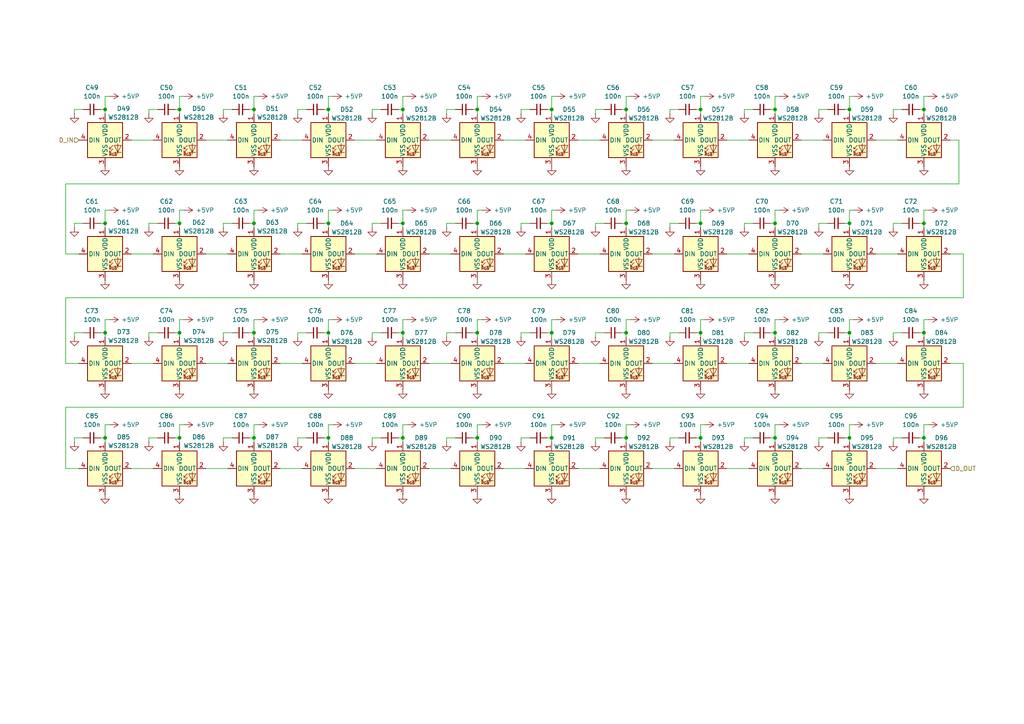
<source format=kicad_sch>
(kicad_sch (version 20250114) (generator "eeschema") (generator_version "9.0")
  (paper "A4")
  (junction (at 181.61 64.77))
  (junction (at 181.61 96.52))
  (junction (at 95.25 127))
  (junction (at 160.02 127))
  (junction (at 95.25 31.75))
  (junction (at 203.2 64.77))
  (junction (at 30.48 64.77))
  (junction (at 73.66 127))
  (junction (at 224.79 64.77))
  (junction (at 52.07 31.75))
  (junction (at 52.07 127))
  (junction (at 116.84 96.52))
  (junction (at 52.07 96.52))
  (junction (at 30.48 31.75))
  (junction (at 203.2 127))
  (junction (at 73.66 96.52))
  (junction (at 246.38 127))
  (junction (at 116.84 64.77))
  (junction (at 30.48 127))
  (junction (at 224.79 127))
  (junction (at 267.97 127))
  (junction (at 138.43 31.75))
  (junction (at 203.2 96.52))
  (junction (at 246.38 64.77))
  (junction (at 73.66 31.75))
  (junction (at 95.25 64.77))
  (junction (at 246.38 31.75))
  (junction (at 138.43 96.52))
  (junction (at 138.43 64.77))
  (junction (at 160.02 31.75))
  (junction (at 203.2 31.75))
  (junction (at 138.43 127))
  (junction (at 224.79 31.75))
  (junction (at 181.61 31.75))
  (junction (at 30.48 96.52))
  (junction (at 73.66 64.77))
  (junction (at 160.02 96.52))
  (junction (at 52.07 64.77))
  (junction (at 95.25 96.52))
  (junction (at 224.79 96.52))
  (junction (at 246.38 96.52))
  (junction (at 267.97 31.75))
  (junction (at 116.84 31.75))
  (junction (at 181.61 127))
  (junction (at 116.84 127))
  (junction (at 160.02 64.77))
  (junction (at 267.97 64.77))
  (junction (at 267.97 96.52))
  (wire (pts (xy 232.41 40.64) (xy 238.76 40.64)))
  (wire (pts (xy 21.59 64.77) (xy 24.13 64.77)))
  (wire (pts (xy 93.98 31.75) (xy 95.25 31.75)))
  (wire (pts (xy 137.16 96.52) (xy 138.43 96.52)))
  (wire (pts (xy 86.36 127) (xy 86.36 128.27)))
  (wire (pts (xy 30.48 123.19) (xy 30.48 127)))
  (wire (pts (xy 246.38 127) (xy 246.38 128.27)))
  (wire (pts (xy 81.28 40.64) (xy 87.63 40.64)))
  (wire (pts (xy 116.84 96.52) (xy 116.84 97.79)))
  (wire (pts (xy 86.36 64.77) (xy 86.36 66.04)))
  (wire (pts (xy 38.1 73.66) (xy 44.45 73.66)))
  (wire (pts (xy 30.48 60.96) (xy 31.75 60.96)))
  (wire (pts (xy 151.13 127) (xy 153.67 127)))
  (wire (pts (xy 151.13 64.77) (xy 153.67 64.77)))
  (wire (pts (xy 21.59 64.77) (xy 21.59 66.04)))
  (wire (pts (xy 138.43 127) (xy 138.43 128.27)))
  (wire (pts (xy 43.18 96.52) (xy 43.18 97.79)))
  (wire (pts (xy 160.02 96.52) (xy 160.02 97.79)))
  (wire (pts (xy 19.05 53.34) (xy 19.05 73.66)))
  (wire (pts (xy 203.2 60.96) (xy 204.47 60.96)))
  (wire (pts (xy 246.38 64.77) (xy 246.38 66.04)))
  (wire (pts (xy 194.31 96.52) (xy 196.85 96.52)))
  (wire (pts (xy 124.46 105.41) (xy 130.81 105.41)))
  (wire (pts (xy 158.75 64.77) (xy 160.02 64.77)))
  (wire (pts (xy 237.49 127) (xy 240.03 127)))
  (wire (pts (xy 254 73.66) (xy 260.35 73.66)))
  (wire (pts (xy 95.25 92.71) (xy 95.25 96.52)))
  (wire (pts (xy 254 135.89) (xy 260.35 135.89)))
  (wire (pts (xy 194.31 96.52) (xy 194.31 97.79)))
  (wire (pts (xy 194.31 127) (xy 196.85 127)))
  (wire (pts (xy 151.13 96.52) (xy 153.67 96.52)))
  (wire (pts (xy 267.97 27.94) (xy 267.97 31.75)))
  (wire (pts (xy 167.64 135.89) (xy 173.99 135.89)))
  (wire (pts (xy 43.18 127) (xy 45.72 127)))
  (wire (pts (xy 73.66 96.52) (xy 73.66 97.79)))
  (wire (pts (xy 172.72 31.75) (xy 172.72 33.02)))
  (wire (pts (xy 64.77 96.52) (xy 67.31 96.52)))
  (wire (pts (xy 81.28 135.89) (xy 87.63 135.89)))
  (wire (pts (xy 267.97 123.19) (xy 269.24 123.19)))
  (wire (pts (xy 246.38 27.94) (xy 247.65 27.94)))
  (wire (pts (xy 102.87 40.64) (xy 109.22 40.64)))
  (wire (pts (xy 246.38 31.75) (xy 246.38 33.02)))
  (wire (pts (xy 116.84 123.19) (xy 116.84 127)))
  (wire (pts (xy 279.4 86.36) (xy 19.05 86.36)))
  (wire (pts (xy 95.25 60.96) (xy 96.52 60.96)))
  (wire (pts (xy 52.07 64.77) (xy 52.07 66.04)))
  (wire (pts (xy 267.97 64.77) (xy 267.97 66.04)))
  (wire (pts (xy 194.31 31.75) (xy 194.31 33.02)))
  (wire (pts (xy 95.25 64.77) (xy 95.25 66.04)))
  (wire (pts (xy 160.02 31.75) (xy 160.02 33.02)))
  (wire (pts (xy 259.08 127) (xy 259.08 128.27)))
  (wire (pts (xy 116.84 123.19) (xy 118.11 123.19)))
  (wire (pts (xy 267.97 60.96) (xy 267.97 64.77)))
  (wire (pts (xy 30.48 27.94) (xy 31.75 27.94)))
  (wire (pts (xy 19.05 73.66) (xy 22.86 73.66)))
  (wire (pts (xy 116.84 64.77) (xy 116.84 66.04)))
  (wire (pts (xy 215.9 96.52) (xy 215.9 97.79)))
  (wire (pts (xy 52.07 123.19) (xy 52.07 127)))
  (wire (pts (xy 93.98 96.52) (xy 95.25 96.52)))
  (wire (pts (xy 224.79 127) (xy 224.79 128.27)))
  (wire (pts (xy 95.25 31.75) (xy 95.25 33.02)))
  (wire (pts (xy 86.36 64.77) (xy 88.9 64.77)))
  (wire (pts (xy 215.9 31.75) (xy 218.44 31.75)))
  (wire (pts (xy 245.11 31.75) (xy 246.38 31.75)))
  (wire (pts (xy 224.79 27.94) (xy 224.79 31.75)))
  (wire (pts (xy 30.48 123.19) (xy 31.75 123.19)))
  (wire (pts (xy 275.59 105.41) (xy 279.4 105.41)))
  (wire (pts (xy 158.75 31.75) (xy 160.02 31.75)))
  (wire (pts (xy 266.7 96.52) (xy 267.97 96.52)))
  (wire (pts (xy 138.43 64.77) (xy 138.43 66.04)))
  (wire (pts (xy 246.38 96.52) (xy 246.38 97.79)))
  (wire (pts (xy 259.08 64.77) (xy 259.08 66.04)))
  (wire (pts (xy 259.08 96.52) (xy 259.08 97.79)))
  (wire (pts (xy 29.21 31.75) (xy 30.48 31.75)))
  (wire (pts (xy 160.02 60.96) (xy 160.02 64.77)))
  (wire (pts (xy 181.61 27.94) (xy 182.88 27.94)))
  (wire (pts (xy 124.46 40.64) (xy 130.81 40.64)))
  (wire (pts (xy 129.54 96.52) (xy 132.08 96.52)))
  (wire (pts (xy 64.77 31.75) (xy 64.77 33.02)))
  (wire (pts (xy 29.21 96.52) (xy 30.48 96.52)))
  (wire (pts (xy 224.79 27.94) (xy 226.06 27.94)))
  (wire (pts (xy 246.38 123.19) (xy 246.38 127)))
  (wire (pts (xy 267.97 123.19) (xy 267.97 127)))
  (wire (pts (xy 30.48 92.71) (xy 31.75 92.71)))
  (wire (pts (xy 210.82 73.66) (xy 217.17 73.66)))
  (wire (pts (xy 138.43 123.19) (xy 139.7 123.19)))
  (wire (pts (xy 254 40.64) (xy 260.35 40.64)))
  (wire (pts (xy 102.87 73.66) (xy 109.22 73.66)))
  (wire (pts (xy 29.21 64.77) (xy 30.48 64.77)))
  (wire (pts (xy 107.95 127) (xy 110.49 127)))
  (wire (pts (xy 237.49 31.75) (xy 240.03 31.75)))
  (wire (pts (xy 43.18 64.77) (xy 45.72 64.77)))
  (wire (pts (xy 30.48 64.77) (xy 30.48 66.04)))
  (wire (pts (xy 278.13 53.34) (xy 19.05 53.34)))
  (wire (pts (xy 86.36 31.75) (xy 86.36 33.02)))
  (wire (pts (xy 151.13 31.75) (xy 153.67 31.75)))
  (wire (pts (xy 64.77 31.75) (xy 67.31 31.75)))
  (wire (pts (xy 259.08 31.75) (xy 259.08 33.02)))
  (wire (pts (xy 172.72 31.75) (xy 175.26 31.75)))
  (wire (pts (xy 224.79 123.19) (xy 226.06 123.19)))
  (wire (pts (xy 237.49 96.52) (xy 240.03 96.52)))
  (wire (pts (xy 267.97 60.96) (xy 269.24 60.96)))
  (wire (pts (xy 116.84 27.94) (xy 118.11 27.94)))
  (wire (pts (xy 275.59 40.64) (xy 278.13 40.64)))
  (wire (pts (xy 237.49 96.52) (xy 237.49 97.79)))
  (wire (pts (xy 115.57 127) (xy 116.84 127)))
  (wire (pts (xy 189.23 73.66) (xy 195.58 73.66)))
  (wire (pts (xy 43.18 64.77) (xy 43.18 66.04)))
  (wire (pts (xy 50.8 64.77) (xy 52.07 64.77)))
  (wire (pts (xy 259.08 31.75) (xy 261.62 31.75)))
  (wire (pts (xy 59.69 40.64) (xy 66.04 40.64)))
  (wire (pts (xy 203.2 96.52) (xy 203.2 97.79)))
  (wire (pts (xy 138.43 31.75) (xy 138.43 33.02)))
  (wire (pts (xy 72.39 96.52) (xy 73.66 96.52)))
  (wire (pts (xy 160.02 27.94) (xy 160.02 31.75)))
  (wire (pts (xy 21.59 127) (xy 21.59 128.27)))
  (wire (pts (xy 203.2 127) (xy 203.2 128.27)))
  (wire (pts (xy 181.61 92.71) (xy 181.61 96.52)))
  (wire (pts (xy 107.95 127) (xy 107.95 128.27)))
  (wire (pts (xy 266.7 64.77) (xy 267.97 64.77)))
  (wire (pts (xy 19.05 118.11) (xy 19.05 135.89)))
  (wire (pts (xy 95.25 60.96) (xy 95.25 64.77)))
  (wire (pts (xy 246.38 60.96) (xy 247.65 60.96)))
  (wire (pts (xy 19.05 135.89) (xy 22.86 135.89)))
  (wire (pts (xy 116.84 92.71) (xy 116.84 96.52)))
  (wire (pts (xy 194.31 64.77) (xy 196.85 64.77)))
  (wire (pts (xy 172.72 127) (xy 175.26 127)))
  (wire (pts (xy 59.69 73.66) (xy 66.04 73.66)))
  (wire (pts (xy 223.52 64.77) (xy 224.79 64.77)))
  (wire (pts (xy 181.61 123.19) (xy 182.88 123.19)))
  (wire (pts (xy 43.18 31.75) (xy 45.72 31.75)))
  (wire (pts (xy 181.61 123.19) (xy 181.61 127)))
  (wire (pts (xy 172.72 96.52) (xy 172.72 97.79)))
  (wire (pts (xy 160.02 64.77) (xy 160.02 66.04)))
  (wire (pts (xy 232.41 135.89) (xy 238.76 135.89)))
  (wire (pts (xy 38.1 40.64) (xy 44.45 40.64)))
  (wire (pts (xy 151.13 96.52) (xy 151.13 97.79)))
  (wire (pts (xy 52.07 92.71) (xy 52.07 96.52)))
  (wire (pts (xy 223.52 127) (xy 224.79 127)))
  (wire (pts (xy 172.72 64.77) (xy 172.72 66.04)))
  (wire (pts (xy 194.31 64.77) (xy 194.31 66.04)))
  (wire (pts (xy 19.05 86.36) (xy 19.05 105.41)))
  (wire (pts (xy 129.54 96.52) (xy 129.54 97.79)))
  (wire (pts (xy 138.43 27.94) (xy 139.7 27.94)))
  (wire (pts (xy 129.54 31.75) (xy 129.54 33.02)))
  (wire (pts (xy 254 105.41) (xy 260.35 105.41)))
  (wire (pts (xy 52.07 127) (xy 52.07 128.27)))
  (wire (pts (xy 181.61 31.75) (xy 181.61 33.02)))
  (wire (pts (xy 52.07 92.71) (xy 53.34 92.71)))
  (wire (pts (xy 30.48 31.75) (xy 30.48 33.02)))
  (wire (pts (xy 52.07 27.94) (xy 52.07 31.75)))
  (wire (pts (xy 203.2 64.77) (xy 203.2 66.04)))
  (wire (pts (xy 115.57 64.77) (xy 116.84 64.77)))
  (wire (pts (xy 73.66 31.75) (xy 73.66 33.02)))
  (wire (pts (xy 115.57 31.75) (xy 116.84 31.75)))
  (wire (pts (xy 93.98 127) (xy 95.25 127)))
  (wire (pts (xy 107.95 31.75) (xy 107.95 33.02)))
  (wire (pts (xy 102.87 105.41) (xy 109.22 105.41)))
  (wire (pts (xy 64.77 64.77) (xy 64.77 66.04)))
  (wire (pts (xy 116.84 127) (xy 116.84 128.27)))
  (wire (pts (xy 160.02 92.71) (xy 161.29 92.71)))
  (wire (pts (xy 266.7 31.75) (xy 267.97 31.75)))
  (wire (pts (xy 29.21 127) (xy 30.48 127)))
  (wire (pts (xy 246.38 92.71) (xy 246.38 96.52)))
  (wire (pts (xy 52.07 60.96) (xy 53.34 60.96)))
  (wire (pts (xy 43.18 127) (xy 43.18 128.27)))
  (wire (pts (xy 167.64 105.41) (xy 173.99 105.41)))
  (wire (pts (xy 43.18 96.52) (xy 45.72 96.52)))
  (wire (pts (xy 203.2 27.94) (xy 203.2 31.75)))
  (wire (pts (xy 232.41 73.66) (xy 238.76 73.66)))
  (wire (pts (xy 52.07 31.75) (xy 52.07 33.02)))
  (wire (pts (xy 224.79 92.71) (xy 224.79 96.52)))
  (wire (pts (xy 215.9 127) (xy 218.44 127)))
  (wire (pts (xy 30.48 96.52) (xy 30.48 97.79)))
  (wire (pts (xy 116.84 60.96) (xy 116.84 64.77)))
  (wire (pts (xy 116.84 31.75) (xy 116.84 33.02)))
  (wire (pts (xy 95.25 123.19) (xy 95.25 127)))
  (wire (pts (xy 43.18 31.75) (xy 43.18 33.02)))
  (wire (pts (xy 95.25 27.94) (xy 96.52 27.94)))
  (wire (pts (xy 232.41 105.41) (xy 238.76 105.41)))
  (wire (pts (xy 107.95 64.77) (xy 107.95 66.04)))
  (wire (pts (xy 160.02 127) (xy 160.02 128.27)))
  (wire (pts (xy 189.23 135.89) (xy 195.58 135.89)))
  (wire (pts (xy 267.97 96.52) (xy 267.97 97.79)))
  (wire (pts (xy 259.08 96.52) (xy 261.62 96.52)))
  (wire (pts (xy 279.4 118.11) (xy 19.05 118.11)))
  (wire (pts (xy 203.2 31.75) (xy 203.2 33.02)))
  (wire (pts (xy 224.79 96.52) (xy 224.79 97.79)))
  (wire (pts (xy 237.49 64.77) (xy 240.03 64.77)))
  (wire (pts (xy 64.77 64.77) (xy 67.31 64.77)))
  (wire (pts (xy 30.48 60.96) (xy 30.48 64.77)))
  (wire (pts (xy 138.43 123.19) (xy 138.43 127)))
  (wire (pts (xy 107.95 64.77) (xy 110.49 64.77)))
  (wire (pts (xy 224.79 31.75) (xy 224.79 33.02)))
  (wire (pts (xy 72.39 127) (xy 73.66 127)))
  (wire (pts (xy 278.13 40.64) (xy 278.13 53.34)))
  (wire (pts (xy 189.23 40.64) (xy 195.58 40.64)))
  (wire (pts (xy 180.34 127) (xy 181.61 127)))
  (wire (pts (xy 275.59 73.66) (xy 279.4 73.66)))
  (wire (pts (xy 116.84 27.94) (xy 116.84 31.75)))
  (wire (pts (xy 181.61 92.71) (xy 182.88 92.71)))
  (wire (pts (xy 215.9 96.52) (xy 218.44 96.52)))
  (wire (pts (xy 50.8 31.75) (xy 52.07 31.75)))
  (wire (pts (xy 201.93 127) (xy 203.2 127)))
  (wire (pts (xy 203.2 27.94) (xy 204.47 27.94)))
  (wire (pts (xy 86.36 96.52) (xy 86.36 97.79)))
  (wire (pts (xy 237.49 127) (xy 237.49 128.27)))
  (wire (pts (xy 201.93 64.77) (xy 203.2 64.77)))
  (wire (pts (xy 203.2 92.71) (xy 204.47 92.71)))
  (wire (pts (xy 259.08 127) (xy 261.62 127)))
  (wire (pts (xy 129.54 31.75) (xy 132.08 31.75)))
  (wire (pts (xy 237.49 64.77) (xy 237.49 66.04)))
  (wire (pts (xy 160.02 123.19) (xy 160.02 127)))
  (wire (pts (xy 215.9 64.77) (xy 215.9 66.04)))
  (wire (pts (xy 223.52 31.75) (xy 224.79 31.75)))
  (wire (pts (xy 146.05 105.41) (xy 152.4 105.41)))
  (wire (pts (xy 279.4 73.66) (xy 279.4 86.36)))
  (wire (pts (xy 52.07 123.19) (xy 53.34 123.19)))
  (wire (pts (xy 146.05 73.66) (xy 152.4 73.66)))
  (wire (pts (xy 181.61 60.96) (xy 181.61 64.77)))
  (wire (pts (xy 116.84 60.96) (xy 118.11 60.96)))
  (wire (pts (xy 95.25 27.94) (xy 95.25 31.75)))
  (wire (pts (xy 21.59 96.52) (xy 21.59 97.79)))
  (wire (pts (xy 102.87 135.89) (xy 109.22 135.89)))
  (wire (pts (xy 137.16 127) (xy 138.43 127)))
  (wire (pts (xy 203.2 123.19) (xy 203.2 127)))
  (wire (pts (xy 73.66 92.71) (xy 74.93 92.71)))
  (wire (pts (xy 160.02 27.94) (xy 161.29 27.94)))
  (wire (pts (xy 21.59 31.75) (xy 24.13 31.75)))
  (wire (pts (xy 86.36 31.75) (xy 88.9 31.75)))
  (wire (pts (xy 210.82 105.41) (xy 217.17 105.41)))
  (wire (pts (xy 172.72 64.77) (xy 175.26 64.77)))
  (wire (pts (xy 137.16 31.75) (xy 138.43 31.75)))
  (wire (pts (xy 50.8 127) (xy 52.07 127)))
  (wire (pts (xy 138.43 92.71) (xy 138.43 96.52)))
  (wire (pts (xy 203.2 92.71) (xy 203.2 96.52)))
  (wire (pts (xy 107.95 31.75) (xy 110.49 31.75)))
  (wire (pts (xy 137.16 64.77) (xy 138.43 64.77)))
  (wire (pts (xy 73.66 60.96) (xy 73.66 64.77)))
  (wire (pts (xy 146.05 135.89) (xy 152.4 135.89)))
  (wire (pts (xy 158.75 96.52) (xy 160.02 96.52)))
  (wire (pts (xy 246.38 92.71) (xy 247.65 92.71)))
  (wire (pts (xy 86.36 127) (xy 88.9 127)))
  (wire (pts (xy 138.43 60.96) (xy 139.7 60.96)))
  (wire (pts (xy 59.69 135.89) (xy 66.04 135.89)))
  (wire (pts (xy 64.77 127) (xy 64.77 128.27)))
  (wire (pts (xy 86.36 96.52) (xy 88.9 96.52)))
  (wire (pts (xy 267.97 92.71) (xy 267.97 96.52)))
  (wire (pts (xy 72.39 31.75) (xy 73.66 31.75)))
  (wire (pts (xy 129.54 64.77) (xy 132.08 64.77)))
  (wire (pts (xy 160.02 123.19) (xy 161.29 123.19)))
  (wire (pts (xy 246.38 60.96) (xy 246.38 64.77)))
  (wire (pts (xy 21.59 31.75) (xy 21.59 33.02)))
  (wire (pts (xy 223.52 96.52) (xy 224.79 96.52)))
  (wire (pts (xy 64.77 96.52) (xy 64.77 97.79)))
  (wire (pts (xy 189.23 105.41) (xy 195.58 105.41)))
  (wire (pts (xy 267.97 127) (xy 267.97 128.27)))
  (wire (pts (xy 215.9 31.75) (xy 215.9 33.02)))
  (wire (pts (xy 224.79 60.96) (xy 224.79 64.77)))
  (wire (pts (xy 201.93 31.75) (xy 203.2 31.75)))
  (wire (pts (xy 210.82 40.64) (xy 217.17 40.64)))
  (wire (pts (xy 73.66 92.71) (xy 73.66 96.52)))
  (wire (pts (xy 19.05 105.41) (xy 22.86 105.41)))
  (wire (pts (xy 158.75 127) (xy 160.02 127)))
  (wire (pts (xy 107.95 96.52) (xy 107.95 97.79)))
  (wire (pts (xy 210.82 135.89) (xy 217.17 135.89)))
  (wire (pts (xy 50.8 96.52) (xy 52.07 96.52)))
  (wire (pts (xy 73.66 27.94) (xy 74.93 27.94)))
  (wire (pts (xy 30.48 27.94) (xy 30.48 31.75)))
  (wire (pts (xy 181.61 64.77) (xy 181.61 66.04)))
  (wire (pts (xy 259.08 64.77) (xy 261.62 64.77)))
  (wire (pts (xy 95.25 123.19) (xy 96.52 123.19)))
  (wire (pts (xy 246.38 27.94) (xy 246.38 31.75)))
  (wire (pts (xy 95.25 96.52) (xy 95.25 97.79)))
  (wire (pts (xy 73.66 64.77) (xy 73.66 66.04)))
  (wire (pts (xy 129.54 127) (xy 132.08 127)))
  (wire (pts (xy 266.7 127) (xy 267.97 127)))
  (wire (pts (xy 38.1 135.89) (xy 44.45 135.89)))
  (wire (pts (xy 180.34 31.75) (xy 181.61 31.75)))
  (wire (pts (xy 52.07 60.96) (xy 52.07 64.77)))
  (wire (pts (xy 194.31 127) (xy 194.31 128.27)))
  (wire (pts (xy 93.98 64.77) (xy 95.25 64.77)))
  (wire (pts (xy 237.49 31.75) (xy 237.49 33.02)))
  (wire (pts (xy 224.79 60.96) (xy 226.06 60.96)))
  (wire (pts (xy 224.79 64.77) (xy 224.79 66.04)))
  (wire (pts (xy 180.34 96.52) (xy 181.61 96.52)))
  (wire (pts (xy 107.95 96.52) (xy 110.49 96.52)))
  (wire (pts (xy 115.57 96.52) (xy 116.84 96.52)))
  (wire (pts (xy 160.02 60.96) (xy 161.29 60.96)))
  (wire (pts (xy 201.93 96.52) (xy 203.2 96.52)))
  (wire (pts (xy 215.9 127) (xy 215.9 128.27)))
  (wire (pts (xy 73.66 127) (xy 73.66 128.27)))
  (wire (pts (xy 245.11 127) (xy 246.38 127)))
  (wire (pts (xy 267.97 31.75) (xy 267.97 33.02)))
  (wire (pts (xy 21.59 96.52) (xy 24.13 96.52)))
  (wire (pts (xy 181.61 60.96) (xy 182.88 60.96)))
  (wire (pts (xy 73.66 123.19) (xy 74.93 123.19)))
  (wire (pts (xy 167.64 73.66) (xy 173.99 73.66)))
  (wire (pts (xy 81.28 73.66) (xy 87.63 73.66)))
  (wire (pts (xy 30.48 92.71) (xy 30.48 96.52)))
  (wire (pts (xy 194.31 31.75) (xy 196.85 31.75)))
  (wire (pts (xy 129.54 127) (xy 129.54 128.27)))
  (wire (pts (xy 146.05 40.64) (xy 152.4 40.64)))
  (wire (pts (xy 160.02 92.71) (xy 160.02 96.52)))
  (wire (pts (xy 246.38 123.19) (xy 247.65 123.19)))
  (wire (pts (xy 30.48 127) (xy 30.48 128.27)))
  (wire (pts (xy 21.59 127) (xy 24.13 127)))
  (wire (pts (xy 129.54 64.77) (xy 129.54 66.04)))
  (wire (pts (xy 38.1 105.41) (xy 44.45 105.41)))
  (wire (pts (xy 167.64 40.64) (xy 173.99 40.64)))
  (wire (pts (xy 267.97 92.71) (xy 269.24 92.71)))
  (wire (pts (xy 151.13 127) (xy 151.13 128.27)))
  (wire (pts (xy 245.11 96.52) (xy 246.38 96.52)))
  (wire (pts (xy 224.79 123.19) (xy 224.79 127)))
  (wire (pts (xy 172.72 96.52) (xy 175.26 96.52)))
  (wire (pts (xy 95.25 92.71) (xy 96.52 92.71)))
  (wire (pts (xy 138.43 96.52) (xy 138.43 97.79)))
  (wire (pts (xy 203.2 60.96) (xy 203.2 64.77)))
  (wire (pts (xy 224.79 92.71) (xy 226.06 92.71)))
  (wire (pts (xy 52.07 96.52) (xy 52.07 97.79)))
  (wire (pts (xy 138.43 60.96) (xy 138.43 64.77)))
  (wire (pts (xy 95.25 127) (xy 95.25 128.27)))
  (wire (pts (xy 151.13 31.75) (xy 151.13 33.02)))
  (wire (pts (xy 138.43 92.71) (xy 139.7 92.71)))
  (wire (pts (xy 73.66 123.19) (xy 73.66 127)))
  (wire (pts (xy 124.46 135.89) (xy 130.81 135.89)))
  (wire (pts (xy 181.61 96.52) (xy 181.61 97.79)))
  (wire (pts (xy 64.77 127) (xy 67.31 127)))
  (wire (pts (xy 138.43 27.94) (xy 138.43 31.75)))
  (wire (pts (xy 59.69 105.41) (xy 66.04 105.41)))
  (wire (pts (xy 151.13 64.77) (xy 151.13 66.04)))
  (wire (pts (xy 203.2 123.19) (xy 204.47 123.19)))
  (wire (pts (xy 124.46 73.66) (xy 130.81 73.66)))
  (wire (pts (xy 116.84 92.71) (xy 118.11 92.71)))
  (wire (pts (xy 73.66 60.96) (xy 74.93 60.96)))
  (wire (pts (xy 215.9 64.77) (xy 218.44 64.77)))
  (wire (pts (xy 279.4 105.41) (xy 279.4 118.11)))
  (wire (pts (xy 267.97 27.94) (xy 269.24 27.94)))
  (wire (pts (xy 180.34 64.77) (xy 181.61 64.77)))
  (wire (pts (xy 245.11 64.77) (xy 246.38 64.77)))
  (wire (pts (xy 52.07 27.94) (xy 53.34 27.94)))
  (wire (pts (xy 72.39 64.77) (xy 73.66 64.77)))
  (wire (pts (xy 172.72 127) (xy 172.72 128.27)))
  (wire (pts (xy 73.66 27.94) (xy 73.66 31.75)))
  (wire (pts (xy 181.61 27.94) (xy 181.61 31.75)))
  (wire (pts (xy 181.61 127) (xy 181.61 128.27)))
  (wire (pts (xy 81.28 105.41) (xy 87.63 105.41)))
  (hierarchical_label "D_OUT" (shape input) (at 275.59 135.89 0))
  (hierarchical_label "D_IN" (shape input) (at 22.86 40.64 180))
  (symbol (lib_id "Device:C_Small") (at 48.26 127 90) (unit 1)
    (property "Reference" "C86" (at 48.2663 120.65 90))
    (property "Value" "100n" (at 48.2663 123.19 90))
    (property "Footprint" "Capacitor_SMD:C_0402_1005Metric" (effects (hide yes)))
    (property "Description" "Unpolarized capacitor, small symbol" (effects (hide yes)))
  )
  (symbol (lib_id "Device:C_Small") (at 177.8 127 90) (unit 1)
    (property "Reference" "C92" (at 177.8063 120.65 90))
    (property "Value" "100n" (at 177.8063 123.19 90))
    (property "Footprint" "Capacitor_SMD:C_0402_1005Metric" (effects (hide yes)))
    (property "Description" "Unpolarized capacitor, small symbol" (effects (hide yes)))
  )
  (symbol (lib_id "power:GND") (at 215.9 66.04 0) (unit 1)
    (property "Reference" "#PWR0202" (effects (hide yes)))
    (property "Value" "GND" (effects (hide yes)))
    (property "Description" "Power symbol creates a global label with name \"GND\" , ground" (effects (hide yes)))
  )
  (symbol (lib_id "Device:C_Small") (at 26.67 31.75 90) (unit 1)
    (property "Reference" "C49" (at 26.6763 25.4 90))
    (property "Value" "100n" (at 26.6763 27.94 90))
    (property "Footprint" "Capacitor_SMD:C_0402_1005Metric" (effects (hide yes)))
    (property "Description" "Unpolarized capacitor, small symbol" (effects (hide yes)))
  )
  (symbol (lib_id "LED:WS2812B") (at 267.97 40.64 0) (unit 1)
    (property "Reference" "D60" (at 273.05 31.75 0))
    (property "Value" "WS2812B" (at 273.05 34.29 0))
    (property "Footprint" "LED_SMD:LED_WS2812B_PLCC4_5.0x5.0mm_P3.2mm" (effects (hide yes)))
    (property "Datasheet" "https://cdn-shop.adafruit.com/datasheets/WS2812B.pdf" (effects (hide yes)))
    (property "Description" "RGB LED with integrated controller" (effects (hide yes)))
  )
  (symbol (lib_id "power:+5VP") (at 182.88 27.94 270) (unit 1)
    (property "Reference" "#PWR0152" (effects (hide yes)))
    (property "Value" "+5VP" (at 188.976 27.94 90))
    (property "Description" "Power symbol creates a global label with name \"+5VP\"" (effects (hide yes)))
  )
  (symbol (lib_id "power:GND") (at 107.95 66.04 0) (unit 1)
    (property "Reference" "#PWR0197" (effects (hide yes)))
    (property "Value" "GND" (effects (hide yes)))
    (property "Description" "Power symbol creates a global label with name \"GND\" , ground" (effects (hide yes)))
  )
  (symbol (lib_id "Device:C_Small") (at 242.57 96.52 90) (unit 1)
    (property "Reference" "C83" (at 242.5763 90.17 90))
    (property "Value" "100n" (at 242.5763 92.71 90))
    (property "Footprint" "Capacitor_SMD:C_0402_1005Metric" (effects (hide yes)))
    (property "Description" "Unpolarized capacitor, small symbol" (effects (hide yes)))
  )
  (symbol (lib_id "LED:WS2812B") (at 138.43 135.89 0) (unit 1)
    (property "Reference" "D90" (at 143.764 127 0))
    (property "Value" "WS2812B" (at 143.764 129.54 0))
    (property "Footprint" "LED_SMD:LED_WS2812B_PLCC4_5.0x5.0mm_P3.2mm" (effects (hide yes)))
    (property "Datasheet" "https://cdn-shop.adafruit.com/datasheets/WS2812B.pdf" (effects (hide yes)))
    (property "Description" "RGB LED with integrated controller" (effects (hide yes)))
  )
  (symbol (lib_id "power:+5VP") (at 269.24 123.19 270) (unit 1)
    (property "Reference" "#PWR0264" (effects (hide yes)))
    (property "Value" "+5VP" (at 275.336 123.19 90))
    (property "Description" "Power symbol creates a global label with name \"+5VP\"" (effects (hide yes)))
  )
  (symbol (lib_id "LED:WS2812B") (at 203.2 73.66 0) (unit 1)
    (property "Reference" "D69" (at 208.28 64.77 0))
    (property "Value" "WS2812B" (at 208.28 67.31 0))
    (property "Footprint" "LED_SMD:LED_WS2812B_PLCC4_5.0x5.0mm_P3.2mm" (effects (hide yes)))
    (property "Datasheet" "https://cdn-shop.adafruit.com/datasheets/WS2812B.pdf" (effects (hide yes)))
    (property "Description" "RGB LED with integrated controller" (effects (hide yes)))
  )
  (symbol (lib_id "Device:C_Small") (at 26.67 64.77 90) (unit 1)
    (property "Reference" "C61" (at 26.6763 58.42 90))
    (property "Value" "100n" (at 26.6763 60.96 90))
    (property "Footprint" "Capacitor_SMD:C_0402_1005Metric" (effects (hide yes)))
    (property "Description" "Unpolarized capacitor, small symbol" (effects (hide yes)))
  )
  (symbol (lib_id "power:+5VP") (at 139.7 92.71 270) (unit 1)
    (property "Reference" "#PWR0222" (effects (hide yes)))
    (property "Value" "+5VP" (at 145.796 92.71 90))
    (property "Description" "Power symbol creates a global label with name \"+5VP\"" (effects (hide yes)))
  )
  (symbol (lib_id "power:+5VP") (at 182.88 60.96 270) (unit 1)
    (property "Reference" "#PWR0188" (effects (hide yes)))
    (property "Value" "+5VP" (at 188.976 60.96 90))
    (property "Description" "Power symbol creates a global label with name \"+5VP\"" (effects (hide yes)))
  )
  (symbol (lib_id "Device:C_Small") (at 220.98 64.77 90) (unit 1)
    (property "Reference" "C70" (at 220.9863 58.42 90))
    (property "Value" "100n" (at 220.9863 60.96 90))
    (property "Footprint" "Capacitor_SMD:C_0402_1005Metric" (effects (hide yes)))
    (property "Description" "Unpolarized capacitor, small symbol" (effects (hide yes)))
  )
  (symbol (lib_id "power:GND") (at 172.72 97.79 0) (unit 1)
    (property "Reference" "#PWR0236" (effects (hide yes)))
    (property "Value" "GND" (effects (hide yes)))
    (property "Description" "Power symbol creates a global label with name \"GND\" , ground" (effects (hide yes)))
  )
  (symbol (lib_id "power:+5VP") (at 139.7 60.96 270) (unit 1)
    (property "Reference" "#PWR0186" (effects (hide yes)))
    (property "Value" "+5VP" (at 145.796 60.96 90))
    (property "Description" "Power symbol creates a global label with name \"+5VP\"" (effects (hide yes)))
  )
  (symbol (lib_id "LED:WS2812B") (at 30.48 105.41 0) (unit 1)
    (property "Reference" "D73" (at 35.814 96.266 0))
    (property "Value" "WS2812B" (at 35.814 98.806 0))
    (property "Footprint" "LED_SMD:LED_WS2812B_PLCC4_5.0x5.0mm_P3.2mm" (effects (hide yes)))
    (property "Datasheet" "https://cdn-shop.adafruit.com/datasheets/WS2812B.pdf" (effects (hide yes)))
    (property "Description" "RGB LED with integrated controller" (effects (hide yes)))
  )
  (symbol (lib_id "power:GND") (at 203.2 113.03 0) (unit 1)
    (property "Reference" "#PWR0249" (effects (hide yes)))
    (property "Value" "GND" (effects (hide yes)))
    (property "Description" "Power symbol creates a global label with name \"GND\" , ground" (effects (hide yes)))
  )
  (symbol (lib_id "Device:C_Small") (at 220.98 127 90) (unit 1)
    (property "Reference" "C94" (at 220.9863 120.65 90))
    (property "Value" "100n" (at 220.9863 123.19 90))
    (property "Footprint" "Capacitor_SMD:C_0402_1005Metric" (effects (hide yes)))
    (property "Description" "Unpolarized capacitor, small symbol" (effects (hide yes)))
  )
  (symbol (lib_id "LED:WS2812B") (at 246.38 40.64 0) (unit 1)
    (property "Reference" "D59" (at 251.46 31.75 0))
    (property "Value" "WS2812B" (at 251.46 34.29 0))
    (property "Footprint" "LED_SMD:LED_WS2812B_PLCC4_5.0x5.0mm_P3.2mm" (effects (hide yes)))
    (property "Datasheet" "https://cdn-shop.adafruit.com/datasheets/WS2812B.pdf" (effects (hide yes)))
    (property "Description" "RGB LED with integrated controller" (effects (hide yes)))
  )
  (symbol (lib_id "power:GND") (at 203.2 48.26 0) (unit 1)
    (property "Reference" "#PWR0177" (effects (hide yes)))
    (property "Value" "GND" (effects (hide yes)))
    (property "Description" "Power symbol creates a global label with name \"GND\" , ground" (effects (hide yes)))
  )
  (symbol (lib_id "power:+5VP") (at 269.24 60.96 270) (unit 1)
    (property "Reference" "#PWR0192" (effects (hide yes)))
    (property "Value" "+5VP" (at 275.336 60.96 90))
    (property "Description" "Power symbol creates a global label with name \"+5VP\"" (effects (hide yes)))
  )
  (symbol (lib_id "power:+5VP") (at 96.52 27.94 270) (unit 1)
    (property "Reference" "#PWR0148" (effects (hide yes)))
    (property "Value" "+5VP" (at 102.616 27.94 90))
    (property "Description" "Power symbol creates a global label with name \"+5VP\"" (effects (hide yes)))
  )
  (symbol (lib_id "power:GND") (at 237.49 66.04 0) (unit 1)
    (property "Reference" "#PWR0203" (effects (hide yes)))
    (property "Value" "GND" (effects (hide yes)))
    (property "Description" "Power symbol creates a global label with name \"GND\" , ground" (effects (hide yes)))
  )
  (symbol (lib_id "power:GND") (at 129.54 97.79 0) (unit 1)
    (property "Reference" "#PWR0234" (effects (hide yes)))
    (property "Value" "GND" (effects (hide yes)))
    (property "Description" "Power symbol creates a global label with name \"GND\" , ground" (effects (hide yes)))
  )
  (symbol (lib_id "power:+5VP") (at 226.06 123.19 270) (unit 1)
    (property "Reference" "#PWR0262" (effects (hide yes)))
    (property "Value" "+5VP" (at 232.156 123.19 90))
    (property "Description" "Power symbol creates a global label with name \"+5VP\"" (effects (hide yes)))
  )
  (symbol (lib_id "power:+5VP") (at 182.88 92.71 270) (unit 1)
    (property "Reference" "#PWR0224" (effects (hide yes)))
    (property "Value" "+5VP" (at 188.976 92.71 90))
    (property "Description" "Power symbol creates a global label with name \"+5VP\"" (effects (hide yes)))
  )
  (symbol (lib_id "LED:WS2812B") (at 224.79 73.66 0) (unit 1)
    (property "Reference" "D70" (at 229.87 64.77 0))
    (property "Value" "WS2812B" (at 229.87 67.31 0))
    (property "Footprint" "LED_SMD:LED_WS2812B_PLCC4_5.0x5.0mm_P3.2mm" (effects (hide yes)))
    (property "Datasheet" "https://cdn-shop.adafruit.com/datasheets/WS2812B.pdf" (effects (hide yes)))
    (property "Description" "RGB LED with integrated controller" (effects (hide yes)))
  )
  (symbol (lib_id "power:GND") (at 237.49 97.79 0) (unit 1)
    (property "Reference" "#PWR0239" (effects (hide yes)))
    (property "Value" "GND" (effects (hide yes)))
    (property "Description" "Power symbol creates a global label with name \"GND\" , ground" (effects (hide yes)))
  )
  (symbol (lib_id "Device:C_Small") (at 48.26 31.75 90) (unit 1)
    (property "Reference" "C50" (at 48.2663 25.4 90))
    (property "Value" "100n" (at 48.2663 27.94 90))
    (property "Footprint" "Capacitor_SMD:C_0402_1005Metric" (effects (hide yes)))
    (property "Description" "Unpolarized capacitor, small symbol" (effects (hide yes)))
  )
  (symbol (lib_id "power:GND") (at 73.66 81.28 0) (unit 1)
    (property "Reference" "#PWR0207" (effects (hide yes)))
    (property "Value" "GND" (effects (hide yes)))
    (property "Description" "Power symbol creates a global label with name \"GND\" , ground" (effects (hide yes)))
  )
  (symbol (lib_id "LED:WS2812B") (at 246.38 135.89 0) (unit 1)
    (property "Reference" "D95" (at 251.46 127 0))
    (property "Value" "WS2812B" (at 251.46 129.54 0))
    (property "Footprint" "LED_SMD:LED_WS2812B_PLCC4_5.0x5.0mm_P3.2mm" (effects (hide yes)))
    (property "Datasheet" "https://cdn-shop.adafruit.com/datasheets/WS2812B.pdf" (effects (hide yes)))
    (property "Description" "RGB LED with integrated controller" (effects (hide yes)))
  )
  (symbol (lib_id "power:GND") (at 30.48 113.03 0) (unit 1)
    (property "Reference" "#PWR0241" (effects (hide yes)))
    (property "Value" "GND" (effects (hide yes)))
    (property "Description" "Power symbol creates a global label with name \"GND\" , ground" (effects (hide yes)))
  )
  (symbol (lib_id "LED:WS2812B") (at 116.84 135.89 0) (unit 1)
    (property "Reference" "D89" (at 122.174 127 0))
    (property "Value" "WS2812B" (at 122.174 129.54 0))
    (property "Footprint" "LED_SMD:LED_WS2812B_PLCC4_5.0x5.0mm_P3.2mm" (effects (hide yes)))
    (property "Datasheet" "https://cdn-shop.adafruit.com/datasheets/WS2812B.pdf" (effects (hide yes)))
    (property "Description" "RGB LED with integrated controller" (effects (hide yes)))
  )
  (symbol (lib_id "power:GND") (at 203.2 143.51 0) (unit 1)
    (property "Reference" "#PWR0285" (effects (hide yes)))
    (property "Value" "GND" (effects (hide yes)))
    (property "Description" "Power symbol creates a global label with name \"GND\" , ground" (effects (hide yes)))
  )
  (symbol (lib_id "power:GND") (at 181.61 113.03 0) (unit 1)
    (property "Reference" "#PWR0248" (effects (hide yes)))
    (property "Value" "GND" (effects (hide yes)))
    (property "Description" "Power symbol creates a global label with name \"GND\" , ground" (effects (hide yes)))
  )
  (symbol (lib_id "LED:WS2812B") (at 160.02 105.41 0) (unit 1)
    (property "Reference" "D79" (at 165.1 96.52 0))
    (property "Value" "WS2812B" (at 165.1 99.06 0))
    (property "Footprint" "LED_SMD:LED_WS2812B_PLCC4_5.0x5.0mm_P3.2mm" (effects (hide yes)))
    (property "Datasheet" "https://cdn-shop.adafruit.com/datasheets/WS2812B.pdf" (effects (hide yes)))
    (property "Description" "RGB LED with integrated controller" (effects (hide yes)))
  )
  (symbol (lib_id "Device:C_Small") (at 69.85 127 90) (unit 1)
    (property "Reference" "C87" (at 69.8563 120.65 90))
    (property "Value" "100n" (at 69.8563 123.19 90))
    (property "Footprint" "Capacitor_SMD:C_0402_1005Metric" (effects (hide yes)))
    (property "Description" "Unpolarized capacitor, small symbol" (effects (hide yes)))
  )
  (symbol (lib_id "power:GND") (at 73.66 113.03 0) (unit 1)
    (property "Reference" "#PWR0243" (effects (hide yes)))
    (property "Value" "GND" (effects (hide yes)))
    (property "Description" "Power symbol creates a global label with name \"GND\" , ground" (effects (hide yes)))
  )
  (symbol (lib_id "LED:WS2812B") (at 267.97 135.89 0) (unit 1)
    (property "Reference" "D96" (at 273.05 127 0))
    (property "Value" "WS2812B" (at 273.05 129.54 0))
    (property "Footprint" "LED_SMD:LED_WS2812B_PLCC4_5.0x5.0mm_P3.2mm" (effects (hide yes)))
    (property "Datasheet" "https://cdn-shop.adafruit.com/datasheets/WS2812B.pdf" (effects (hide yes)))
    (property "Description" "RGB LED with integrated controller" (effects (hide yes)))
  )
  (symbol (lib_id "power:GND") (at 138.43 48.26 0) (unit 1)
    (property "Reference" "#PWR0174" (effects (hide yes)))
    (property "Value" "GND" (effects (hide yes)))
    (property "Description" "Power symbol creates a global label with name \"GND\" , ground" (effects (hide yes)))
  )
  (symbol (lib_id "power:GND") (at 160.02 113.03 0) (unit 1)
    (property "Reference" "#PWR0247" (effects (hide yes)))
    (property "Value" "GND" (effects (hide yes)))
    (property "Description" "Power symbol creates a global label with name \"GND\" , ground" (effects (hide yes)))
  )
  (symbol (lib_id "Device:C_Small") (at 220.98 96.52 90) (unit 1)
    (property "Reference" "C82" (at 220.9863 90.17 90))
    (property "Value" "100n" (at 220.9863 92.71 90))
    (property "Footprint" "Capacitor_SMD:C_0402_1005Metric" (effects (hide yes)))
    (property "Description" "Unpolarized capacitor, small symbol" (effects (hide yes)))
  )
  (symbol (lib_id "power:GND") (at 107.95 128.27 0) (unit 1)
    (property "Reference" "#PWR0269" (effects (hide yes)))
    (property "Value" "GND" (effects (hide yes)))
    (property "Description" "Power symbol creates a global label with name \"GND\" , ground" (effects (hide yes)))
  )
  (symbol (lib_id "power:GND") (at 181.61 81.28 0) (unit 1)
    (property "Reference" "#PWR0212" (effects (hide yes)))
    (property "Value" "GND" (effects (hide yes)))
    (property "Description" "Power symbol creates a global label with name \"GND\" , ground" (effects (hide yes)))
  )
  (symbol (lib_id "Device:C_Small") (at 242.57 31.75 90) (unit 1)
    (property "Reference" "C59" (at 242.5763 25.4 90))
    (property "Value" "100n" (at 242.5763 27.94 90))
    (property "Footprint" "Capacitor_SMD:C_0402_1005Metric" (effects (hide yes)))
    (property "Description" "Unpolarized capacitor, small symbol" (effects (hide yes)))
  )
  (symbol (lib_id "power:GND") (at 30.48 81.28 0) (unit 1)
    (property "Reference" "#PWR0205" (effects (hide yes)))
    (property "Value" "GND" (effects (hide yes)))
    (property "Description" "Power symbol creates a global label with name \"GND\" , ground" (effects (hide yes)))
  )
  (symbol (lib_id "power:GND") (at 43.18 33.02 0) (unit 1)
    (property "Reference" "#PWR0158" (effects (hide yes)))
    (property "Value" "GND" (effects (hide yes)))
    (property "Description" "Power symbol creates a global label with name \"GND\" , ground" (effects (hide yes)))
  )
  (symbol (lib_id "power:GND") (at 21.59 33.02 0) (unit 1)
    (property "Reference" "#PWR0157" (effects (hide yes)))
    (property "Value" "GND" (effects (hide yes)))
    (property "Description" "Power symbol creates a global label with name \"GND\" , ground" (effects (hide yes)))
  )
  (symbol (lib_id "power:GND") (at 107.95 33.02 0) (unit 1)
    (property "Reference" "#PWR0161" (effects (hide yes)))
    (property "Value" "GND" (effects (hide yes)))
    (property "Description" "Power symbol creates a global label with name \"GND\" , ground" (effects (hide yes)))
  )
  (symbol (lib_id "power:+5VP") (at 74.93 123.19 270) (unit 1)
    (property "Reference" "#PWR0255" (effects (hide yes)))
    (property "Value" "+5VP" (at 81.026 123.19 90))
    (property "Description" "Power symbol creates a global label with name \"+5VP\"" (effects (hide yes)))
  )
  (symbol (lib_id "power:GND") (at 246.38 81.28 0) (unit 1)
    (property "Reference" "#PWR0215" (effects (hide yes)))
    (property "Value" "GND" (effects (hide yes)))
    (property "Description" "Power symbol creates a global label with name \"GND\" , ground" (effects (hide yes)))
  )
  (symbol (lib_id "Device:C_Small") (at 134.62 96.52 90) (unit 1)
    (property "Reference" "C78" (at 134.6263 90.17 90))
    (property "Value" "100n" (at 134.6263 92.71 90))
    (property "Footprint" "Capacitor_SMD:C_0402_1005Metric" (effects (hide yes)))
    (property "Description" "Unpolarized capacitor, small symbol" (effects (hide yes)))
  )
  (symbol (lib_id "LED:WS2812B") (at 160.02 73.66 0) (unit 1)
    (property "Reference" "D67" (at 165.1 64.77 0))
    (property "Value" "WS2812B" (at 165.1 67.31 0))
    (property "Footprint" "LED_SMD:LED_WS2812B_PLCC4_5.0x5.0mm_P3.2mm" (effects (hide yes)))
    (property "Datasheet" "https://cdn-shop.adafruit.com/datasheets/WS2812B.pdf" (effects (hide yes)))
    (property "Description" "RGB LED with integrated controller" (effects (hide yes)))
  )
  (symbol (lib_id "power:GND") (at 237.49 128.27 0) (unit 1)
    (property "Reference" "#PWR0275" (effects (hide yes)))
    (property "Value" "GND" (effects (hide yes)))
    (property "Description" "Power symbol creates a global label with name \"GND\" , ground" (effects (hide yes)))
  )
  (symbol (lib_id "power:GND") (at 30.48 143.51 0) (unit 1)
    (property "Reference" "#PWR0277" (effects (hide yes)))
    (property "Value" "GND" (effects (hide yes)))
    (property "Description" "Power symbol creates a global label with name \"GND\" , ground" (effects (hide yes)))
  )
  (symbol (lib_id "power:+5VP") (at 53.34 92.71 270) (unit 1)
    (property "Reference" "#PWR0218" (effects (hide yes)))
    (property "Value" "+5VP" (at 59.436 92.71 90))
    (property "Description" "Power symbol creates a global label with name \"+5VP\"" (effects (hide yes)))
  )
  (symbol (lib_id "LED:WS2812B") (at 95.25 73.66 0) (unit 1)
    (property "Reference" "D64" (at 100.584 64.77 0))
    (property "Value" "WS2812B" (at 100.584 67.31 0))
    (property "Footprint" "LED_SMD:LED_WS2812B_PLCC4_5.0x5.0mm_P3.2mm" (effects (hide yes)))
    (property "Datasheet" "https://cdn-shop.adafruit.com/datasheets/WS2812B.pdf" (effects (hide yes)))
    (property "Description" "RGB LED with integrated controller" (effects (hide yes)))
  )
  (symbol (lib_id "power:GND") (at 237.49 33.02 0) (unit 1)
    (property "Reference" "#PWR0167" (effects (hide yes)))
    (property "Value" "GND" (effects (hide yes)))
    (property "Description" "Power symbol creates a global label with name \"GND\" , ground" (effects (hide yes)))
  )
  (symbol (lib_id "Device:C_Small") (at 264.16 64.77 90) (unit 1)
    (property "Reference" "C72" (at 264.1663 58.42 90))
    (property "Value" "100n" (at 264.1663 60.96 90))
    (property "Footprint" "Capacitor_SMD:C_0402_1005Metric" (effects (hide yes)))
    (property "Description" "Unpolarized capacitor, small symbol" (effects (hide yes)))
  )
  (symbol (lib_id "Device:C_Small") (at 199.39 96.52 90) (unit 1)
    (property "Reference" "C81" (at 199.3963 90.17 90))
    (property "Value" "100n" (at 199.3963 92.71 90))
    (property "Footprint" "Capacitor_SMD:C_0402_1005Metric" (effects (hide yes)))
    (property "Description" "Unpolarized capacitor, small symbol" (effects (hide yes)))
  )
  (symbol (lib_id "power:GND") (at 172.72 66.04 0) (unit 1)
    (property "Reference" "#PWR0200" (effects (hide yes)))
    (property "Value" "GND" (effects (hide yes)))
    (property "Description" "Power symbol creates a global label with name \"GND\" , ground" (effects (hide yes)))
  )
  (symbol (lib_id "LED:WS2812B") (at 52.07 105.41 0) (unit 1)
    (property "Reference" "D74" (at 57.658 96.266 0))
    (property "Value" "WS2812B" (at 57.658 98.806 0))
    (property "Footprint" "LED_SMD:LED_WS2812B_PLCC4_5.0x5.0mm_P3.2mm" (effects (hide yes)))
    (property "Datasheet" "https://cdn-shop.adafruit.com/datasheets/WS2812B.pdf" (effects (hide yes)))
    (property "Description" "RGB LED with integrated controller" (effects (hide yes)))
  )
  (symbol (lib_id "power:GND") (at 138.43 81.28 0) (unit 1)
    (property "Reference" "#PWR0210" (effects (hide yes)))
    (property "Value" "GND" (effects (hide yes)))
    (property "Description" "Power symbol creates a global label with name \"GND\" , ground" (effects (hide yes)))
  )
  (symbol (lib_id "LED:WS2812B") (at 246.38 105.41 0) (unit 1)
    (property "Reference" "D83" (at 251.46 96.52 0))
    (property "Value" "WS2812B" (at 251.46 99.06 0))
    (property "Footprint" "LED_SMD:LED_WS2812B_PLCC4_5.0x5.0mm_P3.2mm" (effects (hide yes)))
    (property "Datasheet" "https://cdn-shop.adafruit.com/datasheets/WS2812B.pdf" (effects (hide yes)))
    (property "Description" "RGB LED with integrated controller" (effects (hide yes)))
  )
  (symbol (lib_id "power:GND") (at 95.25 48.26 0) (unit 1)
    (property "Reference" "#PWR0172" (effects (hide yes)))
    (property "Value" "GND" (effects (hide yes)))
    (property "Description" "Power symbol creates a global label with name \"GND\" , ground" (effects (hide yes)))
  )
  (symbol (lib_id "power:+5VP") (at 74.93 92.71 270) (unit 1)
    (property "Reference" "#PWR0219" (effects (hide yes)))
    (property "Value" "+5VP" (at 81.026 92.71 90))
    (property "Description" "Power symbol creates a global label with name \"+5VP\"" (effects (hide yes)))
  )
  (symbol (lib_id "Device:C_Small") (at 134.62 64.77 90) (unit 1)
    (property "Reference" "C66" (at 134.6263 58.42 90))
    (property "Value" "100n" (at 134.6263 60.96 90))
    (property "Footprint" "Capacitor_SMD:C_0402_1005Metric" (effects (hide yes)))
    (property "Description" "Unpolarized capacitor, small symbol" (effects (hide yes)))
  )
  (symbol (lib_id "LED:WS2812B") (at 116.84 40.64 0) (unit 1)
    (property "Reference" "D53" (at 122.174 31.75 0))
    (property "Value" "WS2812B" (at 122.174 34.29 0))
    (property "Footprint" "LED_SMD:LED_WS2812B_PLCC4_5.0x5.0mm_P3.2mm" (effects (hide yes)))
    (property "Datasheet" "https://cdn-shop.adafruit.com/datasheets/WS2812B.pdf" (effects (hide yes)))
    (property "Description" "RGB LED with integrated controller" (effects (hide yes)))
  )
  (symbol (lib_id "power:GND") (at 73.66 143.51 0) (unit 1)
    (property "Reference" "#PWR0279" (effects (hide yes)))
    (property "Value" "GND" (effects (hide yes)))
    (property "Description" "Power symbol creates a global label with name \"GND\" , ground" (effects (hide yes)))
  )
  (symbol (lib_id "Device:C_Small") (at 156.21 31.75 90) (unit 1)
    (property "Reference" "C55" (at 156.2163 25.4 90))
    (property "Value" "100n" (at 156.2163 27.94 90))
    (property "Footprint" "Capacitor_SMD:C_0402_1005Metric" (effects (hide yes)))
    (property "Description" "Unpolarized capacitor, small symbol" (effects (hide yes)))
  )
  (symbol (lib_id "power:GND") (at 95.25 81.28 0) (unit 1)
    (property "Reference" "#PWR0208" (effects (hide yes)))
    (property "Value" "GND" (effects (hide yes)))
    (property "Description" "Power symbol creates a global label with name \"GND\" , ground" (effects (hide yes)))
  )
  (symbol (lib_id "Device:C_Small") (at 199.39 64.77 90) (unit 1)
    (property "Reference" "C69" (at 199.3963 58.42 90))
    (property "Value" "100n" (at 199.3963 60.96 90))
    (property "Footprint" "Capacitor_SMD:C_0402_1005Metric" (effects (hide yes)))
    (property "Description" "Unpolarized capacitor, small symbol" (effects (hide yes)))
  )
  (symbol (lib_id "Device:C_Small") (at 26.67 96.52 90) (unit 1)
    (property "Reference" "C73" (at 26.6763 90.17 90))
    (property "Value" "100n" (at 26.6763 92.71 90))
    (property "Footprint" "Capacitor_SMD:C_0402_1005Metric" (effects (hide yes)))
    (property "Description" "Unpolarized capacitor, small symbol" (effects (hide yes)))
  )
  (symbol (lib_id "power:+5VP") (at 96.52 123.19 270) (unit 1)
    (property "Reference" "#PWR0256" (effects (hide yes)))
    (property "Value" "+5VP" (at 102.616 123.19 90))
    (property "Description" "Power symbol creates a global label with name \"+5VP\"" (effects (hide yes)))
  )
  (symbol (lib_id "LED:WS2812B") (at 73.66 40.64 0) (unit 1)
    (property "Reference" "D51" (at 78.994 31.496 0))
    (property "Value" "WS2812B" (at 78.994 34.036 0))
    (property "Footprint" "LED_SMD:LED_WS2812B_PLCC4_5.0x5.0mm_P3.2mm" (effects (hide yes)))
    (property "Datasheet" "https://cdn-shop.adafruit.com/datasheets/WS2812B.pdf" (effects (hide yes)))
    (property "Description" "RGB LED with integrated controller" (effects (hide yes)))
  )
  (symbol (lib_id "power:GND") (at 151.13 33.02 0) (unit 1)
    (property "Reference" "#PWR0163" (effects (hide yes)))
    (property "Value" "GND" (effects (hide yes)))
    (property "Description" "Power symbol creates a global label with name \"GND\" , ground" (effects (hide yes)))
  )
  (symbol (lib_id "Device:C_Small") (at 113.03 127 90) (unit 1)
    (property "Reference" "C89" (at 113.0363 120.65 90))
    (property "Value" "100n" (at 113.0363 123.19 90))
    (property "Footprint" "Capacitor_SMD:C_0402_1005Metric" (effects (hide yes)))
    (property "Description" "Unpolarized capacitor, small symbol" (effects (hide yes)))
  )
  (symbol (lib_id "LED:WS2812B") (at 224.79 40.64 0) (unit 1)
    (property "Reference" "D58" (at 229.87 31.75 0))
    (property "Value" "WS2812B" (at 229.87 34.29 0))
    (property "Footprint" "LED_SMD:LED_WS2812B_PLCC4_5.0x5.0mm_P3.2mm" (effects (hide yes)))
    (property "Datasheet" "https://cdn-shop.adafruit.com/datasheets/WS2812B.pdf" (effects (hide yes)))
    (property "Description" "RGB LED with integrated controller" (effects (hide yes)))
  )
  (symbol (lib_id "Device:C_Small") (at 177.8 31.75 90) (unit 1)
    (property "Reference" "C56" (at 177.8063 25.4 90))
    (property "Value" "100n" (at 177.8063 27.94 90))
    (property "Footprint" "Capacitor_SMD:C_0402_1005Metric" (effects (hide yes)))
    (property "Description" "Unpolarized capacitor, small symbol" (effects (hide yes)))
  )
  (symbol (lib_id "power:GND") (at 259.08 97.79 0) (unit 1)
    (property "Reference" "#PWR0240" (effects (hide yes)))
    (property "Value" "GND" (effects (hide yes)))
    (property "Description" "Power symbol creates a global label with name \"GND\" , ground" (effects (hide yes)))
  )
  (symbol (lib_id "LED:WS2812B") (at 30.48 73.66 0) (unit 1)
    (property "Reference" "D61" (at 35.814 64.516 0))
    (property "Value" "WS2812B" (at 35.814 67.056 0))
    (property "Footprint" "LED_SMD:LED_WS2812B_PLCC4_5.0x5.0mm_P3.2mm" (effects (hide yes)))
    (property "Datasheet" "https://cdn-shop.adafruit.com/datasheets/WS2812B.pdf" (effects (hide yes)))
    (property "Description" "RGB LED with integrated controller" (effects (hide yes)))
  )
  (symbol (lib_id "power:GND") (at 21.59 97.79 0) (unit 1)
    (property "Reference" "#PWR0229" (effects (hide yes)))
    (property "Value" "GND" (effects (hide yes)))
    (property "Description" "Power symbol creates a global label with name \"GND\" , ground" (effects (hide yes)))
  )
  (symbol (lib_id "Device:C_Small") (at 264.16 96.52 90) (unit 1)
    (property "Reference" "C84" (at 264.1663 90.17 90))
    (property "Value" "100n" (at 264.1663 92.71 90))
    (property "Footprint" "Capacitor_SMD:C_0402_1005Metric" (effects (hide yes)))
    (property "Description" "Unpolarized capacitor, small symbol" (effects (hide yes)))
  )
  (symbol (lib_id "power:+5VP") (at 53.34 27.94 270) (unit 1)
    (property "Reference" "#PWR0146" (effects (hide yes)))
    (property "Value" "+5VP" (at 59.436 27.94 90))
    (property "Description" "Power symbol creates a global label with name \"+5VP\"" (effects (hide yes)))
  )
  (symbol (lib_id "LED:WS2812B") (at 52.07 135.89 0) (unit 1)
    (property "Reference" "D86" (at 57.658 126.746 0))
    (property "Value" "WS2812B" (at 57.658 129.286 0))
    (property "Footprint" "LED_SMD:LED_WS2812B_PLCC4_5.0x5.0mm_P3.2mm" (effects (hide yes)))
    (property "Datasheet" "https://cdn-shop.adafruit.com/datasheets/WS2812B.pdf" (effects (hide yes)))
    (property "Description" "RGB LED with integrated controller" (effects (hide yes)))
  )
  (symbol (lib_id "Device:C_Small") (at 113.03 64.77 90) (unit 1)
    (property "Reference" "C65" (at 113.0363 58.42 90))
    (property "Value" "100n" (at 113.0363 60.96 90))
    (property "Footprint" "Capacitor_SMD:C_0402_1005Metric" (effects (hide yes)))
    (property "Description" "Unpolarized capacitor, small symbol" (effects (hide yes)))
  )
  (symbol (lib_id "power:+5VP") (at 31.75 123.19 270) (unit 1)
    (property "Reference" "#PWR0253" (effects (hide yes)))
    (property "Value" "+5VP" (at 37.846 123.19 90))
    (property "Description" "Power symbol creates a global label with name \"+5VP\"" (effects (hide yes)))
  )
  (symbol (lib_id "power:GND") (at 64.77 33.02 0) (unit 1)
    (property "Reference" "#PWR0159" (effects (hide yes)))
    (property "Value" "GND" (effects (hide yes)))
    (property "Description" "Power symbol creates a global label with name \"GND\" , ground" (effects (hide yes)))
  )
  (symbol (lib_id "power:GND") (at 267.97 113.03 0) (unit 1)
    (property "Reference" "#PWR0252" (effects (hide yes)))
    (property "Value" "GND" (effects (hide yes)))
    (property "Description" "Power symbol creates a global label with name \"GND\" , ground" (effects (hide yes)))
  )
  (symbol (lib_id "power:GND") (at 215.9 128.27 0) (unit 1)
    (property "Reference" "#PWR0274" (effects (hide yes)))
    (property "Value" "GND" (effects (hide yes)))
    (property "Description" "Power symbol creates a global label with name \"GND\" , ground" (effects (hide yes)))
  )
  (symbol (lib_id "power:+5VP") (at 118.11 27.94 270) (unit 1)
    (property "Reference" "#PWR0149" (effects (hide yes)))
    (property "Value" "+5VP" (at 124.206 27.94 90))
    (property "Description" "Power symbol creates a global label with name \"+5VP\"" (effects (hide yes)))
  )
  (symbol (lib_id "power:+5VP") (at 226.06 60.96 270) (unit 1)
    (property "Reference" "#PWR0190" (effects (hide yes)))
    (property "Value" "+5VP" (at 232.156 60.96 90))
    (property "Description" "Power symbol creates a global label with name \"+5VP\"" (effects (hide yes)))
  )
  (symbol (lib_id "power:+5VP") (at 226.06 92.71 270) (unit 1)
    (property "Reference" "#PWR0226" (effects (hide yes)))
    (property "Value" "+5VP" (at 232.156 92.71 90))
    (property "Description" "Power symbol creates a global label with name \"+5VP\"" (effects (hide yes)))
  )
  (symbol (lib_id "Device:C_Small") (at 134.62 31.75 90) (unit 1)
    (property "Reference" "C54" (at 134.6263 25.4 90))
    (property "Value" "100n" (at 134.6263 27.94 90))
    (property "Footprint" "Capacitor_SMD:C_0402_1005Metric" (effects (hide yes)))
    (property "Description" "Unpolarized capacitor, small symbol" (effects (hide yes)))
  )
  (symbol (lib_id "power:GND") (at 151.13 66.04 0) (unit 1)
    (property "Reference" "#PWR0199" (effects (hide yes)))
    (property "Value" "GND" (effects (hide yes)))
    (property "Description" "Power symbol creates a global label with name \"GND\" , ground" (effects (hide yes)))
  )
  (symbol (lib_id "LED:WS2812B") (at 138.43 40.64 0) (unit 1)
    (property "Reference" "D54" (at 143.764 31.75 0))
    (property "Value" "WS2812B" (at 143.764 34.29 0))
    (property "Footprint" "LED_SMD:LED_WS2812B_PLCC4_5.0x5.0mm_P3.2mm" (effects (hide yes)))
    (property "Datasheet" "https://cdn-shop.adafruit.com/datasheets/WS2812B.pdf" (effects (hide yes)))
    (property "Description" "RGB LED with integrated controller" (effects (hide yes)))
  )
  (symbol (lib_id "power:GND") (at 194.31 66.04 0) (unit 1)
    (property "Reference" "#PWR0201" (effects (hide yes)))
    (property "Value" "GND" (effects (hide yes)))
    (property "Description" "Power symbol creates a global label with name \"GND\" , ground" (effects (hide yes)))
  )
  (symbol (lib_id "power:GND") (at 160.02 81.28 0) (unit 1)
    (property "Reference" "#PWR0211" (effects (hide yes)))
    (property "Value" "GND" (effects (hide yes)))
    (property "Description" "Power symbol creates a global label with name \"GND\" , ground" (effects (hide yes)))
  )
  (symbol (lib_id "LED:WS2812B") (at 116.84 73.66 0) (unit 1)
    (property "Reference" "D65" (at 122.174 64.77 0))
    (property "Value" "WS2812B" (at 122.174 67.31 0))
    (property "Footprint" "LED_SMD:LED_WS2812B_PLCC4_5.0x5.0mm_P3.2mm" (effects (hide yes)))
    (property "Datasheet" "https://cdn-shop.adafruit.com/datasheets/WS2812B.pdf" (effects (hide yes)))
    (property "Description" "RGB LED with integrated controller" (effects (hide yes)))
  )
  (symbol (lib_id "LED:WS2812B") (at 30.48 135.89 0) (unit 1)
    (property "Reference" "D85" (at 35.814 126.746 0))
    (property "Value" "WS2812B" (at 35.814 129.286 0))
    (property "Footprint" "LED_SMD:LED_WS2812B_PLCC4_5.0x5.0mm_P3.2mm" (effects (hide yes)))
    (property "Datasheet" "https://cdn-shop.adafruit.com/datasheets/WS2812B.pdf" (effects (hide yes)))
    (property "Description" "RGB LED with integrated controller" (effects (hide yes)))
  )
  (symbol (lib_id "power:+5VP") (at 204.47 27.94 270) (unit 1)
    (property "Reference" "#PWR0153" (effects (hide yes)))
    (property "Value" "+5VP" (at 210.566 27.94 90))
    (property "Description" "Power symbol creates a global label with name \"+5VP\"" (effects (hide yes)))
  )
  (symbol (lib_id "power:GND") (at 246.38 48.26 0) (unit 1)
    (property "Reference" "#PWR0179" (effects (hide yes)))
    (property "Value" "GND" (effects (hide yes)))
    (property "Description" "Power symbol creates a global label with name \"GND\" , ground" (effects (hide yes)))
  )
  (symbol (lib_id "power:+5VP") (at 74.93 60.96 270) (unit 1)
    (property "Reference" "#PWR0183" (effects (hide yes)))
    (property "Value" "+5VP" (at 81.026 60.96 90))
    (property "Description" "Power symbol creates a global label with name \"+5VP\"" (effects (hide yes)))
  )
  (symbol (lib_id "LED:WS2812B") (at 267.97 105.41 0) (unit 1)
    (property "Reference" "D84" (at 273.05 96.52 0))
    (property "Value" "WS2812B" (at 273.05 99.06 0))
    (property "Footprint" "LED_SMD:LED_WS2812B_PLCC4_5.0x5.0mm_P3.2mm" (effects (hide yes)))
    (property "Datasheet" "https://cdn-shop.adafruit.com/datasheets/WS2812B.pdf" (effects (hide yes)))
    (property "Description" "RGB LED with integrated controller" (effects (hide yes)))
  )
  (symbol (lib_id "power:GND") (at 259.08 66.04 0) (unit 1)
    (property "Reference" "#PWR0204" (effects (hide yes)))
    (property "Value" "GND" (effects (hide yes)))
    (property "Description" "Power symbol creates a global label with name \"GND\" , ground" (effects (hide yes)))
  )
  (symbol (lib_id "power:GND") (at 246.38 143.51 0) (unit 1)
    (property "Reference" "#PWR0287" (effects (hide yes)))
    (property "Value" "GND" (effects (hide yes)))
    (property "Description" "Power symbol creates a global label with name \"GND\" , ground" (effects (hide yes)))
  )
  (symbol (lib_id "Device:C_Small") (at 264.16 31.75 90) (unit 1)
    (property "Reference" "C60" (at 264.1663 25.4 90))
    (property "Value" "100n" (at 264.1663 27.94 90))
    (property "Footprint" "Capacitor_SMD:C_0402_1005Metric" (effects (hide yes)))
    (property "Description" "Unpolarized capacitor, small symbol" (effects (hide yes)))
  )
  (symbol (lib_id "LED:WS2812B") (at 52.07 40.64 0) (unit 1)
    (property "Reference" "D50" (at 57.658 31.496 0))
    (property "Value" "WS2812B" (at 57.658 34.036 0))
    (property "Footprint" "LED_SMD:LED_WS2812B_PLCC4_5.0x5.0mm_P3.2mm" (effects (hide yes)))
    (property "Datasheet" "https://cdn-shop.adafruit.com/datasheets/WS2812B.pdf" (effects (hide yes)))
    (property "Description" "RGB LED with integrated controller" (effects (hide yes)))
  )
  (symbol (lib_id "power:GND") (at 194.31 97.79 0) (unit 1)
    (property "Reference" "#PWR0237" (effects (hide yes)))
    (property "Value" "GND" (effects (hide yes)))
    (property "Description" "Power symbol creates a global label with name \"GND\" , ground" (effects (hide yes)))
  )
  (symbol (lib_id "LED:WS2812B") (at 203.2 135.89 0) (unit 1)
    (property "Reference" "D93" (at 208.28 127 0))
    (property "Value" "WS2812B" (at 208.28 129.54 0))
    (property "Footprint" "LED_SMD:LED_WS2812B_PLCC4_5.0x5.0mm_P3.2mm" (effects (hide yes)))
    (property "Datasheet" "https://cdn-shop.adafruit.com/datasheets/WS2812B.pdf" (effects (hide yes)))
    (property "Description" "RGB LED with integrated controller" (effects (hide yes)))
  )
  (symbol (lib_id "power:GND") (at 129.54 128.27 0) (unit 1)
    (property "Reference" "#PWR0270" (effects (hide yes)))
    (property "Value" "GND" (effects (hide yes)))
    (property "Description" "Power symbol creates a global label with name \"GND\" , ground" (effects (hide yes)))
  )
  (symbol (lib_id "power:GND") (at 30.48 48.26 0) (unit 1)
    (property "Reference" "#PWR0169" (effects (hide yes)))
    (property "Value" "GND" (effects (hide yes)))
    (property "Description" "Power symbol creates a global label with name \"GND\" , ground" (effects (hide yes)))
  )
  (symbol (lib_id "power:GND") (at 151.13 128.27 0) (unit 1)
    (property "Reference" "#PWR0271" (effects (hide yes)))
    (property "Value" "GND" (effects (hide yes)))
    (property "Description" "Power symbol creates a global label with name \"GND\" , ground" (effects (hide yes)))
  )
  (symbol (lib_id "power:GND") (at 267.97 48.26 0) (unit 1)
    (property "Reference" "#PWR0180" (effects (hide yes)))
    (property "Value" "GND" (effects (hide yes)))
    (property "Description" "Power symbol creates a global label with name \"GND\" , ground" (effects (hide yes)))
  )
  (symbol (lib_id "power:GND") (at 95.25 113.03 0) (unit 1)
    (property "Reference" "#PWR0244" (effects (hide yes)))
    (property "Value" "GND" (effects (hide yes)))
    (property "Description" "Power symbol creates a global label with name \"GND\" , ground" (effects (hide yes)))
  )
  (symbol (lib_id "LED:WS2812B") (at 203.2 40.64 0) (unit 1)
    (property "Reference" "D57" (at 208.28 31.75 0))
    (property "Value" "WS2812B" (at 208.28 34.29 0))
    (property "Footprint" "LED_SMD:LED_WS2812B_PLCC4_5.0x5.0mm_P3.2mm" (effects (hide yes)))
    (property "Datasheet" "https://cdn-shop.adafruit.com/datasheets/WS2812B.pdf" (effects (hide yes)))
    (property "Description" "RGB LED with integrated controller" (effects (hide yes)))
  )
  (symbol (lib_id "power:GND") (at 194.31 128.27 0) (unit 1)
    (property "Reference" "#PWR0273" (effects (hide yes)))
    (property "Value" "GND" (effects (hide yes)))
    (property "Description" "Power symbol creates a global label with name \"GND\" , ground" (effects (hide yes)))
  )
  (symbol (lib_id "LED:WS2812B") (at 73.66 135.89 0) (unit 1)
    (property "Reference" "D87" (at 78.994 126.746 0))
    (property "Value" "WS2812B" (at 78.994 129.286 0))
    (property "Footprint" "LED_SMD:LED_WS2812B_PLCC4_5.0x5.0mm_P3.2mm" (effects (hide yes)))
    (property "Datasheet" "https://cdn-shop.adafruit.com/datasheets/WS2812B.pdf" (effects (hide yes)))
    (property "Description" "RGB LED with integrated controller" (effects (hide yes)))
  )
  (symbol (lib_id "LED:WS2812B") (at 73.66 73.66 0) (unit 1)
    (property "Reference" "D63" (at 78.994 64.516 0))
    (property "Value" "WS2812B" (at 78.994 67.056 0))
    (property "Footprint" "LED_SMD:LED_WS2812B_PLCC4_5.0x5.0mm_P3.2mm" (effects (hide yes)))
    (property "Datasheet" "https://cdn-shop.adafruit.com/datasheets/WS2812B.pdf" (effects (hide yes)))
    (property "Description" "RGB LED with integrated controller" (effects (hide yes)))
  )
  (symbol (lib_id "power:GND") (at 172.72 33.02 0) (unit 1)
    (property "Reference" "#PWR0164" (effects (hide yes)))
    (property "Value" "GND" (effects (hide yes)))
    (property "Description" "Power symbol creates a global label with name \"GND\" , ground" (effects (hide yes)))
  )
  (symbol (lib_id "power:GND") (at 181.61 143.51 0) (unit 1)
    (property "Reference" "#PWR0284" (effects (hide yes)))
    (property "Value" "GND" (effects (hide yes)))
    (property "Description" "Power symbol creates a global label with name \"GND\" , ground" (effects (hide yes)))
  )
  (symbol (lib_id "power:+5VP") (at 118.11 60.96 270) (unit 1)
    (property "Reference" "#PWR0185" (effects (hide yes)))
    (property "Value" "+5VP" (at 124.206 60.96 90))
    (property "Description" "Power symbol creates a global label with name \"+5VP\"" (effects (hide yes)))
  )
  (symbol (lib_id "power:GND") (at 224.79 81.28 0) (unit 1)
    (property "Reference" "#PWR0214" (effects (hide yes)))
    (property "Value" "GND" (effects (hide yes)))
    (property "Description" "Power symbol creates a global label with name \"GND\" , ground" (effects (hide yes)))
  )
  (symbol (lib_id "power:GND") (at 52.07 113.03 0) (unit 1)
    (property "Reference" "#PWR0242" (effects (hide yes)))
    (property "Value" "GND" (effects (hide yes)))
    (property "Description" "Power symbol creates a global label with name \"GND\" , ground" (effects (hide yes)))
  )
  (symbol (lib_id "LED:WS2812B") (at 95.25 135.89 0) (unit 1)
    (property "Reference" "D88" (at 100.584 127 0))
    (property "Value" "WS2812B" (at 100.584 129.54 0))
    (property "Footprint" "LED_SMD:LED_WS2812B_PLCC4_5.0x5.0mm_P3.2mm" (effects (hide yes)))
    (property "Datasheet" "https://cdn-shop.adafruit.com/datasheets/WS2812B.pdf" (effects (hide yes)))
    (property "Description" "RGB LED with integrated controller" (effects (hide yes)))
  )
  (symbol (lib_id "LED:WS2812B") (at 95.25 40.64 0) (unit 1)
    (property "Reference" "D52" (at 100.584 31.75 0))
    (property "Value" "WS2812B" (at 100.584 34.29 0))
    (property "Footprint" "LED_SMD:LED_WS2812B_PLCC4_5.0x5.0mm_P3.2mm" (effects (hide yes)))
    (property "Datasheet" "https://cdn-shop.adafruit.com/datasheets/WS2812B.pdf" (effects (hide yes)))
    (property "Description" "RGB LED with integrated controller" (effects (hide yes)))
  )
  (symbol (lib_id "Device:C_Small") (at 91.44 64.77 90) (unit 1)
    (property "Reference" "C64" (at 91.4463 58.42 90))
    (property "Value" "100n" (at 91.4463 60.96 90))
    (property "Footprint" "Capacitor_SMD:C_0402_1005Metric" (effects (hide yes)))
    (property "Description" "Unpolarized capacitor, small symbol" (effects (hide yes)))
  )
  (symbol (lib_id "power:GND") (at 43.18 128.27 0) (unit 1)
    (property "Reference" "#PWR0266" (effects (hide yes)))
    (property "Value" "GND" (effects (hide yes)))
    (property "Description" "Power symbol creates a global label with name \"GND\" , ground" (effects (hide yes)))
  )
  (symbol (lib_id "Device:C_Small") (at 48.26 64.77 90) (unit 1)
    (property "Reference" "C62" (at 48.2663 58.42 90))
    (property "Value" "100n" (at 48.2663 60.96 90))
    (property "Footprint" "Capacitor_SMD:C_0402_1005Metric" (effects (hide yes)))
    (property "Description" "Unpolarized capacitor, small symbol" (effects (hide yes)))
  )
  (symbol (lib_id "power:GND") (at 160.02 143.51 0) (unit 1)
    (property "Reference" "#PWR0283" (effects (hide yes)))
    (property "Value" "GND" (effects (hide yes)))
    (property "Description" "Power symbol creates a global label with name \"GND\" , ground" (effects (hide yes)))
  )
  (symbol (lib_id "power:GND") (at 86.36 66.04 0) (unit 1)
    (property "Reference" "#PWR0196" (effects (hide yes)))
    (property "Value" "GND" (effects (hide yes)))
    (property "Description" "Power symbol creates a global label with name \"GND\" , ground" (effects (hide yes)))
  )
  (symbol (lib_id "power:+5VP") (at 247.65 92.71 270) (unit 1)
    (property "Reference" "#PWR0227" (effects (hide yes)))
    (property "Value" "+5VP" (at 253.746 92.71 90))
    (property "Description" "Power symbol creates a global label with name \"+5VP\"" (effects (hide yes)))
  )
  (symbol (lib_id "power:+5VP") (at 139.7 27.94 270) (unit 1)
    (property "Reference" "#PWR0150" (effects (hide yes)))
    (property "Value" "+5VP" (at 145.796 27.94 90))
    (property "Description" "Power symbol creates a global label with name \"+5VP\"" (effects (hide yes)))
  )
  (symbol (lib_id "LED:WS2812B") (at 224.79 105.41 0) (unit 1)
    (property "Reference" "D82" (at 229.87 96.52 0))
    (property "Value" "WS2812B" (at 229.87 99.06 0))
    (property "Footprint" "LED_SMD:LED_WS2812B_PLCC4_5.0x5.0mm_P3.2mm" (effects (hide yes)))
    (property "Datasheet" "https://cdn-shop.adafruit.com/datasheets/WS2812B.pdf" (effects (hide yes)))
    (property "Description" "RGB LED with integrated controller" (effects (hide yes)))
  )
  (symbol (lib_id "LED:WS2812B") (at 160.02 135.89 0) (unit 1)
    (property "Reference" "D91" (at 165.1 127 0))
    (property "Value" "WS2812B" (at 165.1 129.54 0))
    (property "Footprint" "LED_SMD:LED_WS2812B_PLCC4_5.0x5.0mm_P3.2mm" (effects (hide yes)))
    (property "Datasheet" "https://cdn-shop.adafruit.com/datasheets/WS2812B.pdf" (effects (hide yes)))
    (property "Description" "RGB LED with integrated controller" (effects (hide yes)))
  )
  (symbol (lib_id "LED:WS2812B") (at 95.25 105.41 0) (unit 1)
    (property "Reference" "D76" (at 100.584 96.52 0))
    (property "Value" "WS2812B" (at 100.584 99.06 0))
    (property "Footprint" "LED_SMD:LED_WS2812B_PLCC4_5.0x5.0mm_P3.2mm" (effects (hide yes)))
    (property "Datasheet" "https://cdn-shop.adafruit.com/datasheets/WS2812B.pdf" (effects (hide yes)))
    (property "Description" "RGB LED with integrated controller" (effects (hide yes)))
  )
  (symbol (lib_id "power:+5VP") (at 161.29 27.94 270) (unit 1)
    (property "Reference" "#PWR0151" (effects (hide yes)))
    (property "Value" "+5VP" (at 167.386 27.94 90))
    (property "Description" "Power symbol creates a global label with name \"+5VP\"" (effects (hide yes)))
  )
  (symbol (lib_id "power:GND") (at 64.77 66.04 0) (unit 1)
    (property "Reference" "#PWR0195" (effects (hide yes)))
    (property "Value" "GND" (effects (hide yes)))
    (property "Description" "Power symbol creates a global label with name \"GND\" , ground" (effects (hide yes)))
  )
  (symbol (lib_id "power:+5VP") (at 53.34 60.96 270) (unit 1)
    (property "Reference" "#PWR0182" (effects (hide yes)))
    (property "Value" "+5VP" (at 59.436 60.96 90))
    (property "Description" "Power symbol creates a global label with name \"+5VP\"" (effects (hide yes)))
  )
  (symbol (lib_id "power:GND") (at 259.08 33.02 0) (unit 1)
    (property "Reference" "#PWR0168" (effects (hide yes)))
    (property "Value" "GND" (effects (hide yes)))
    (property "Description" "Power symbol creates a global label with name \"GND\" , ground" (effects (hide yes)))
  )
  (symbol (lib_id "Device:C_Small") (at 26.67 127 90) (unit 1)
    (property "Reference" "C85" (at 26.6763 120.65 90))
    (property "Value" "100n" (at 26.6763 123.19 90))
    (property "Footprint" "Capacitor_SMD:C_0402_1005Metric" (effects (hide yes)))
    (property "Description" "Unpolarized capacitor, small symbol" (effects (hide yes)))
  )
  (symbol (lib_id "Device:C_Small") (at 113.03 31.75 90) (unit 1)
    (property "Reference" "C53" (at 113.0363 25.4 90))
    (property "Value" "100n" (at 113.0363 27.94 90))
    (property "Footprint" "Capacitor_SMD:C_0402_1005Metric" (effects (hide yes)))
    (property "Description" "Unpolarized capacitor, small symbol" (effects (hide yes)))
  )
  (symbol (lib_id "power:+5VP") (at 118.11 92.71 270) (unit 1)
    (property "Reference" "#PWR0221" (effects (hide yes)))
    (property "Value" "+5VP" (at 124.206 92.71 90))
    (property "Description" "Power symbol creates a global label with name \"+5VP\"" (effects (hide yes)))
  )
  (symbol (lib_id "power:GND") (at 129.54 66.04 0) (unit 1)
    (property "Reference" "#PWR0198" (effects (hide yes)))
    (property "Value" "GND" (effects (hide yes)))
    (property "Description" "Power symbol creates a global label with name \"GND\" , ground" (effects (hide yes)))
  )
  (symbol (lib_id "power:GND") (at 116.84 113.03 0) (unit 1)
    (property "Reference" "#PWR0245" (effects (hide yes)))
    (property "Value" "GND" (effects (hide yes)))
    (property "Description" "Power symbol creates a global label with name \"GND\" , ground" (effects (hide yes)))
  )
  (symbol (lib_id "power:GND") (at 64.77 97.79 0) (unit 1)
    (property "Reference" "#PWR0231" (effects (hide yes)))
    (property "Value" "GND" (effects (hide yes)))
    (property "Description" "Power symbol creates a global label with name \"GND\" , ground" (effects (hide yes)))
  )
  (symbol (lib_id "power:+5VP") (at 161.29 92.71 270) (unit 1)
    (property "Reference" "#PWR0223" (effects (hide yes)))
    (property "Value" "+5VP" (at 167.386 92.71 90))
    (property "Description" "Power symbol creates a global label with name \"+5VP\"" (effects (hide yes)))
  )
  (symbol (lib_id "power:+5VP") (at 96.52 60.96 270) (unit 1)
    (property "Reference" "#PWR0184" (effects (hide yes)))
    (property "Value" "+5VP" (at 102.616 60.96 90))
    (property "Description" "Power symbol creates a global label with name \"+5VP\"" (effects (hide yes)))
  )
  (symbol (lib_id "LED:WS2812B") (at 30.48 40.64 0) (unit 1)
    (property "Reference" "D49" (at 35.814 31.496 0))
    (property "Value" "WS2812B" (at 35.814 34.036 0))
    (property "Footprint" "LED_SMD:LED_WS2812B_PLCC4_5.0x5.0mm_P3.2mm" (effects (hide yes)))
    (property "Datasheet" "https://cdn-shop.adafruit.com/datasheets/WS2812B.pdf" (effects (hide yes)))
    (property "Description" "RGB LED with integrated controller" (effects (hide yes)))
  )
  (symbol (lib_id "power:+5VP") (at 204.47 92.71 270) (unit 1)
    (property "Reference" "#PWR0225" (effects (hide yes)))
    (property "Value" "+5VP" (at 210.566 92.71 90))
    (property "Description" "Power symbol creates a global label with name \"+5VP\"" (effects (hide yes)))
  )
  (symbol (lib_id "Device:C_Small") (at 177.8 64.77 90) (unit 1)
    (property "Reference" "C68" (at 177.8063 58.42 90))
    (property "Value" "100n" (at 177.8063 60.96 90))
    (property "Footprint" "Capacitor_SMD:C_0402_1005Metric" (effects (hide yes)))
    (property "Description" "Unpolarized capacitor, small symbol" (effects (hide yes)))
  )
  (symbol (lib_id "Device:C_Small") (at 220.98 31.75 90) (unit 1)
    (property "Reference" "C58" (at 220.9863 25.4 90))
    (property "Value" "100n" (at 220.9863 27.94 90))
    (property "Footprint" "Capacitor_SMD:C_0402_1005Metric" (effects (hide yes)))
    (property "Description" "Unpolarized capacitor, small symbol" (effects (hide yes)))
  )
  (symbol (lib_id "power:GND") (at 129.54 33.02 0) (unit 1)
    (property "Reference" "#PWR0162" (effects (hide yes)))
    (property "Value" "GND" (effects (hide yes)))
    (property "Description" "Power symbol creates a global label with name \"GND\" , ground" (effects (hide yes)))
  )
  (symbol (lib_id "Device:C_Small") (at 91.44 31.75 90) (unit 1)
    (property "Reference" "C52" (at 91.4463 25.4 90))
    (property "Value" "100n" (at 91.4463 27.94 90))
    (property "Footprint" "Capacitor_SMD:C_0402_1005Metric" (effects (hide yes)))
    (property "Description" "Unpolarized capacitor, small symbol" (effects (hide yes)))
  )
  (symbol (lib_id "power:GND") (at 138.43 113.03 0) (unit 1)
    (property "Reference" "#PWR0246" (effects (hide yes)))
    (property "Value" "GND" (effects (hide yes)))
    (property "Description" "Power symbol creates a global label with name \"GND\" , ground" (effects (hide yes)))
  )
  (symbol (lib_id "power:+5VP") (at 226.06 27.94 270) (unit 1)
    (property "Reference" "#PWR0154" (effects (hide yes)))
    (property "Value" "+5VP" (at 232.156 27.94 90))
    (property "Description" "Power symbol creates a global label with name \"+5VP\"" (effects (hide yes)))
  )
  (symbol (lib_id "power:GND") (at 52.07 48.26 0) (unit 1)
    (property "Reference" "#PWR0170" (effects (hide yes)))
    (property "Value" "GND" (effects (hide yes)))
    (property "Description" "Power symbol creates a global label with name \"GND\" , ground" (effects (hide yes)))
  )
  (symbol (lib_id "power:+5VP") (at 182.88 123.19 270) (unit 1)
    (property "Reference" "#PWR0260" (effects (hide yes)))
    (property "Value" "+5VP" (at 188.976 123.19 90))
    (property "Description" "Power symbol creates a global label with name \"+5VP\"" (effects (hide yes)))
  )
  (symbol (lib_id "LED:WS2812B") (at 224.79 135.89 0) (unit 1)
    (property "Reference" "D94" (at 229.87 127 0))
    (property "Value" "WS2812B" (at 229.87 129.54 0))
    (property "Footprint" "LED_SMD:LED_WS2812B_PLCC4_5.0x5.0mm_P3.2mm" (effects (hide yes)))
    (property "Datasheet" "https://cdn-shop.adafruit.com/datasheets/WS2812B.pdf" (effects (hide yes)))
    (property "Description" "RGB LED with integrated controller" (effects (hide yes)))
  )
  (symbol (lib_id "Device:C_Small") (at 264.16 127 90) (unit 1)
    (property "Reference" "C96" (at 264.1663 120.65 90))
    (property "Value" "100n" (at 264.1663 123.19 90))
    (property "Footprint" "Capacitor_SMD:C_0402_1005Metric" (effects (hide yes)))
    (property "Description" "Unpolarized capacitor, small symbol" (effects (hide yes)))
  )
  (symbol (lib_id "power:+5VP") (at 247.65 123.19 270) (unit 1)
    (property "Reference" "#PWR0263" (effects (hide yes)))
    (property "Value" "+5VP" (at 253.746 123.19 90))
    (property "Description" "Power symbol creates a global label with name \"+5VP\"" (effects (hide yes)))
  )
  (symbol (lib_id "power:GND") (at 181.61 48.26 0) (unit 1)
    (property "Reference" "#PWR0176" (effects (hide yes)))
    (property "Value" "GND" (effects (hide yes)))
    (property "Description" "Power symbol creates a global label with name \"GND\" , ground" (effects (hide yes)))
  )
  (symbol (lib_id "Device:C_Small") (at 199.39 127 90) (unit 1)
    (property "Reference" "C93" (at 199.3963 120.65 90))
    (property "Value" "100n" (at 199.3963 123.19 90))
    (property "Footprint" "Capacitor_SMD:C_0402_1005Metric" (effects (hide yes)))
    (property "Description" "Unpolarized capacitor, small symbol" (effects (hide yes)))
  )
  (symbol (lib_id "power:+5VP") (at 31.75 27.94 270) (unit 1)
    (property "Reference" "#PWR0145" (effects (hide yes)))
    (property "Value" "+5VP" (at 37.846 27.94 90))
    (property "Description" "Power symbol creates a global label with name \"+5VP\"" (effects (hide yes)))
  )
  (symbol (lib_id "Device:C_Small") (at 242.57 64.77 90) (unit 1)
    (property "Reference" "C71" (at 242.5763 58.42 90))
    (property "Value" "100n" (at 242.5763 60.96 90))
    (property "Footprint" "Capacitor_SMD:C_0402_1005Metric" (effects (hide yes)))
    (property "Description" "Unpolarized capacitor, small symbol" (effects (hide yes)))
  )
  (symbol (lib_id "power:GND") (at 194.31 33.02 0) (unit 1)
    (property "Reference" "#PWR0165" (effects (hide yes)))
    (property "Value" "GND" (effects (hide yes)))
    (property "Description" "Power symbol creates a global label with name \"GND\" , ground" (effects (hide yes)))
  )
  (symbol (lib_id "power:+5VP") (at 96.52 92.71 270) (unit 1)
    (property "Reference" "#PWR0220" (effects (hide yes)))
    (property "Value" "+5VP" (at 102.616 92.71 90))
    (property "Description" "Power symbol creates a global label with name \"+5VP\"" (effects (hide yes)))
  )
  (symbol (lib_id "power:GND") (at 86.36 33.02 0) (unit 1)
    (property "Reference" "#PWR0160" (effects (hide yes)))
    (property "Value" "GND" (effects (hide yes)))
    (property "Description" "Power symbol creates a global label with name \"GND\" , ground" (effects (hide yes)))
  )
  (symbol (lib_id "power:GND") (at 215.9 97.79 0) (unit 1)
    (property "Reference" "#PWR0238" (effects (hide yes)))
    (property "Value" "GND" (effects (hide yes)))
    (property "Description" "Power symbol creates a global label with name \"GND\" , ground" (effects (hide yes)))
  )
  (symbol (lib_id "power:GND") (at 64.77 128.27 0) (unit 1)
    (property "Reference" "#PWR0267" (effects (hide yes)))
    (property "Value" "GND" (effects (hide yes)))
    (property "Description" "Power symbol creates a global label with name \"GND\" , ground" (effects (hide yes)))
  )
  (symbol (lib_id "power:GND") (at 116.84 143.51 0) (unit 1)
    (property "Reference" "#PWR0281" (effects (hide yes)))
    (property "Value" "GND" (effects (hide yes)))
    (property "Description" "Power symbol creates a global label with name \"GND\" , ground" (effects (hide yes)))
  )
  (symbol (lib_id "power:GND") (at 138.43 143.51 0) (unit 1)
    (property "Reference" "#PWR0282" (effects (hide yes)))
    (property "Value" "GND" (effects (hide yes)))
    (property "Description" "Power symbol creates a global label with name \"GND\" , ground" (effects (hide yes)))
  )
  (symbol (lib_id "LED:WS2812B") (at 203.2 105.41 0) (unit 1)
    (property "Reference" "D81" (at 208.28 96.52 0))
    (property "Value" "WS2812B" (at 208.28 99.06 0))
    (property "Footprint" "LED_SMD:LED_WS2812B_PLCC4_5.0x5.0mm_P3.2mm" (effects (hide yes)))
    (property "Datasheet" "https://cdn-shop.adafruit.com/datasheets/WS2812B.pdf" (effects (hide yes)))
    (property "Description" "RGB LED with integrated controller" (effects (hide yes)))
  )
  (symbol (lib_id "power:+5VP") (at 247.65 27.94 270) (unit 1)
    (property "Reference" "#PWR0155" (effects (hide yes)))
    (property "Value" "+5VP" (at 253.746 27.94 90))
    (property "Description" "Power symbol creates a global label with name \"+5VP\"" (effects (hide yes)))
  )
  (symbol (lib_id "power:GND") (at 52.07 143.51 0) (unit 1)
    (property "Reference" "#PWR0278" (effects (hide yes)))
    (property "Value" "GND" (effects (hide yes)))
    (property "Description" "Power symbol creates a global label with name \"GND\" , ground" (effects (hide yes)))
  )
  (symbol (lib_id "power:GND") (at 172.72 128.27 0) (unit 1)
    (property "Reference" "#PWR0272" (effects (hide yes)))
    (property "Value" "GND" (effects (hide yes)))
    (property "Description" "Power symbol creates a global label with name \"GND\" , ground" (effects (hide yes)))
  )
  (symbol (lib_id "power:GND") (at 86.36 128.27 0) (unit 1)
    (property "Reference" "#PWR0268" (effects (hide yes)))
    (property "Value" "GND" (effects (hide yes)))
    (property "Description" "Power symbol creates a global label with name \"GND\" , ground" (effects (hide yes)))
  )
  (symbol (lib_id "Device:C_Small") (at 177.8 96.52 90) (unit 1)
    (property "Reference" "C80" (at 177.8063 90.17 90))
    (property "Value" "100n" (at 177.8063 92.71 90))
    (property "Footprint" "Capacitor_SMD:C_0402_1005Metric" (effects (hide yes)))
    (property "Description" "Unpolarized capacitor, small symbol" (effects (hide yes)))
  )
  (symbol (lib_id "Device:C_Small") (at 91.44 127 90) (unit 1)
    (property "Reference" "C88" (at 91.4463 120.65 90))
    (property "Value" "100n" (at 91.4463 123.19 90))
    (property "Footprint" "Capacitor_SMD:C_0402_1005Metric" (effects (hide yes)))
    (property "Description" "Unpolarized capacitor, small symbol" (effects (hide yes)))
  )
  (symbol (lib_id "power:GND") (at 116.84 48.26 0) (unit 1)
    (property "Reference" "#PWR0173" (effects (hide yes)))
    (property "Value" "GND" (effects (hide yes)))
    (property "Description" "Power symbol creates a global label with name \"GND\" , ground" (effects (hide yes)))
  )
  (symbol (lib_id "power:GND") (at 73.66 48.26 0) (unit 1)
    (property "Reference" "#PWR0171" (effects (hide yes)))
    (property "Value" "GND" (effects (hide yes)))
    (property "Description" "Power symbol creates a global label with name \"GND\" , ground" (effects (hide yes)))
  )
  (symbol (lib_id "Device:C_Small") (at 134.62 127 90) (unit 1)
    (property "Reference" "C90" (at 134.6263 120.65 90))
    (property "Value" "100n" (at 134.6263 123.19 90))
    (property "Footprint" "Capacitor_SMD:C_0402_1005Metric" (effects (hide yes)))
    (property "Description" "Unpolarized capacitor, small symbol" (effects (hide yes)))
  )
  (symbol (lib_id "Device:C_Small") (at 156.21 96.52 90) (unit 1)
    (property "Reference" "C79" (at 156.2163 90.17 90))
    (property "Value" "100n" (at 156.2163 92.71 90))
    (property "Footprint" "Capacitor_SMD:C_0402_1005Metric" (effects (hide yes)))
    (property "Description" "Unpolarized capacitor, small symbol" (effects (hide yes)))
  )
  (symbol (lib_id "power:GND") (at 224.79 113.03 0) (unit 1)
    (property "Reference" "#PWR0250" (effects (hide yes)))
    (property "Value" "GND" (effects (hide yes)))
    (property "Description" "Power symbol creates a global label with name \"GND\" , ground" (effects (hide yes)))
  )
  (symbol (lib_id "power:+5VP") (at 269.24 27.94 270) (unit 1)
    (property "Reference" "#PWR0156" (effects (hide yes)))
    (property "Value" "+5VP" (at 275.336 27.94 90))
    (property "Description" "Power symbol creates a global label with name \"+5VP\"" (effects (hide yes)))
  )
  (symbol (lib_id "power:GND") (at 203.2 81.28 0) (unit 1)
    (property "Reference" "#PWR0213" (effects (hide yes)))
    (property "Value" "GND" (effects (hide yes)))
    (property "Description" "Power symbol creates a global label with name \"GND\" , ground" (effects (hide yes)))
  )
  (symbol (lib_id "power:GND") (at 224.79 48.26 0) (unit 1)
    (property "Reference" "#PWR0178" (effects (hide yes)))
    (property "Value" "GND" (effects (hide yes)))
    (property "Description" "Power symbol creates a global label with name \"GND\" , ground" (effects (hide yes)))
  )
  (symbol (lib_id "power:GND") (at 160.02 48.26 0) (unit 1)
    (property "Reference" "#PWR0175" (effects (hide yes)))
    (property "Value" "GND" (effects (hide yes)))
    (property "Description" "Power symbol creates a global label with name \"GND\" , ground" (effects (hide yes)))
  )
  (symbol (lib_id "Device:C_Small") (at 242.57 127 90) (unit 1)
    (property "Reference" "C95" (at 242.5763 120.65 90))
    (property "Value" "100n" (at 242.5763 123.19 90))
    (property "Footprint" "Capacitor_SMD:C_0402_1005Metric" (effects (hide yes)))
    (property "Description" "Unpolarized capacitor, small symbol" (effects (hide yes)))
  )
  (symbol (lib_id "Device:C_Small") (at 156.21 64.77 90) (unit 1)
    (property "Reference" "C67" (at 156.2163 58.42 90))
    (property "Value" "100n" (at 156.2163 60.96 90))
    (property "Footprint" "Capacitor_SMD:C_0402_1005Metric" (effects (hide yes)))
    (property "Description" "Unpolarized capacitor, small symbol" (effects (hide yes)))
  )
  (symbol (lib_id "power:GND") (at 267.97 143.51 0) (unit 1)
    (property "Reference" "#PWR0288" (effects (hide yes)))
    (property "Value" "GND" (effects (hide yes)))
    (property "Description" "Power symbol creates a global label with name \"GND\" , ground" (effects (hide yes)))
  )
  (symbol (lib_id "power:+5VP") (at 53.34 123.19 270) (unit 1)
    (property "Reference" "#PWR0254" (effects (hide yes)))
    (property "Value" "+5VP" (at 59.436 123.19 90))
    (property "Description" "Power symbol creates a global label with name \"+5VP\"" (effects (hide yes)))
  )
  (symbol (lib_id "LED:WS2812B") (at 160.02 40.64 0) (unit 1)
    (property "Reference" "D55" (at 165.1 31.75 0))
    (property "Value" "WS2812B" (at 165.1 34.29 0))
    (property "Footprint" "LED_SMD:LED_WS2812B_PLCC4_5.0x5.0mm_P3.2mm" (effects (hide yes)))
    (property "Datasheet" "https://cdn-shop.adafruit.com/datasheets/WS2812B.pdf" (effects (hide yes)))
    (property "Description" "RGB LED with integrated controller" (effects (hide yes)))
  )
  (symbol (lib_id "power:+5VP") (at 161.29 60.96 270) (unit 1)
    (property "Reference" "#PWR0187" (effects (hide yes)))
    (property "Value" "+5VP" (at 167.386 60.96 90))
    (property "Description" "Power symbol creates a global label with name \"+5VP\"" (effects (hide yes)))
  )
  (symbol (lib_id "Device:C_Small") (at 199.39 31.75 90) (unit 1)
    (property "Reference" "C57" (at 199.3963 25.4 90))
    (property "Value" "100n" (at 199.3963 27.94 90))
    (property "Footprint" "Capacitor_SMD:C_0402_1005Metric" (effects (hide yes)))
    (property "Description" "Unpolarized capacitor, small symbol" (effects (hide yes)))
  )
  (symbol (lib_id "LED:WS2812B") (at 52.07 73.66 0) (unit 1)
    (property "Reference" "D62" (at 57.658 64.516 0))
    (property "Value" "WS2812B" (at 57.658 67.056 0))
    (property "Footprint" "LED_SMD:LED_WS2812B_PLCC4_5.0x5.0mm_P3.2mm" (effects (hide yes)))
    (property "Datasheet" "https://cdn-shop.adafruit.com/datasheets/WS2812B.pdf" (effects (hide yes)))
    (property "Description" "RGB LED with integrated controller" (effects (hide yes)))
  )
  (symbol (lib_id "power:GND") (at 107.95 97.79 0) (unit 1)
    (property "Reference" "#PWR0233" (effects (hide yes)))
    (property "Value" "GND" (effects (hide yes)))
    (property "Description" "Power symbol creates a global label with name \"GND\" , ground" (effects (hide yes)))
  )
  (symbol (lib_id "LED:WS2812B") (at 246.38 73.66 0) (unit 1)
    (property "Reference" "D71" (at 251.46 64.77 0))
    (property "Value" "WS2812B" (at 251.46 67.31 0))
    (property "Footprint" "LED_SMD:LED_WS2812B_PLCC4_5.0x5.0mm_P3.2mm" (effects (hide yes)))
    (property "Datasheet" "https://cdn-shop.adafruit.com/datasheets/WS2812B.pdf" (effects (hide yes)))
    (property "Description" "RGB LED with integrated controller" (effects (hide yes)))
  )
  (symbol (lib_id "power:GND") (at 224.79 143.51 0) (unit 1)
    (property "Reference" "#PWR0286" (effects (hide yes)))
    (property "Value" "GND" (effects (hide yes)))
    (property "Description" "Power symbol creates a global label with name \"GND\" , ground" (effects (hide yes)))
  )
  (symbol (lib_id "power:GND") (at 43.18 97.79 0) (unit 1)
    (property "Reference" "#PWR0230" (effects (hide yes)))
    (property "Value" "GND" (effects (hide yes)))
    (property "Description" "Power symbol creates a global label with name \"GND\" , ground" (effects (hide yes)))
  )
  (symbol (lib_id "power:+5VP") (at 118.11 123.19 270) (unit 1)
    (property "Reference" "#PWR0257" (effects (hide yes)))
    (property "Value" "+5VP" (at 124.206 123.19 90))
    (property "Description" "Power symbol creates a global label with name \"+5VP\"" (effects (hide yes)))
  )
  (symbol (lib_id "power:+5VP") (at 247.65 60.96 270) (unit 1)
    (property "Reference" "#PWR0191" (effects (hide yes)))
    (property "Value" "+5VP" (at 253.746 60.96 90))
    (property "Description" "Power symbol creates a global label with name \"+5VP\"" (effects (hide yes)))
  )
  (symbol (lib_id "Device:C_Small") (at 69.85 64.77 90) (unit 1)
    (property "Reference" "C63" (at 69.8563 58.42 90))
    (property "Value" "100n" (at 69.8563 60.96 90))
    (property "Footprint" "Capacitor_SMD:C_0402_1005Metric" (effects (hide yes)))
    (property "Description" "Unpolarized capacitor, small symbol" (effects (hide yes)))
  )
  (symbol (lib_id "Device:C_Small") (at 69.85 96.52 90) (unit 1)
    (property "Reference" "C75" (at 69.8563 90.17 90))
    (property "Value" "100n" (at 69.8563 92.71 90))
    (property "Footprint" "Capacitor_SMD:C_0402_1005Metric" (effects (hide yes)))
    (property "Description" "Unpolarized capacitor, small symbol" (effects (hide yes)))
  )
  (symbol (lib_id "power:GND") (at 52.07 81.28 0) (unit 1)
    (property "Reference" "#PWR0206" (effects (hide yes)))
    (property "Value" "GND" (effects (hide yes)))
    (property "Description" "Power symbol creates a global label with name \"GND\" , ground" (effects (hide yes)))
  )
  (symbol (lib_id "LED:WS2812B") (at 181.61 105.41 0) (unit 1)
    (property "Reference" "D80" (at 186.69 96.52 0))
    (property "Value" "WS2812B" (at 186.69 99.06 0))
    (property "Footprint" "LED_SMD:LED_WS2812B_PLCC4_5.0x5.0mm_P3.2mm" (effects (hide yes)))
    (property "Datasheet" "https://cdn-shop.adafruit.com/datasheets/WS2812B.pdf" (effects (hide yes)))
    (property "Description" "RGB LED with integrated controller" (effects (hide yes)))
  )
  (symbol (lib_id "power:+5VP") (at 74.93 27.94 270) (unit 1)
    (property "Reference" "#PWR0147" (effects (hide yes)))
    (property "Value" "+5VP" (at 81.026 27.94 90))
    (property "Description" "Power symbol creates a global label with name \"+5VP\"" (effects (hide yes)))
  )
  (symbol (lib_id "Device:C_Small") (at 91.44 96.52 90) (unit 1)
    (property "Reference" "C76" (at 91.4463 90.17 90))
    (property "Value" "100n" (at 91.4463 92.71 90))
    (property "Footprint" "Capacitor_SMD:C_0402_1005Metric" (effects (hide yes)))
    (property "Description" "Unpolarized capacitor, small symbol" (effects (hide yes)))
  )
  (symbol (lib_id "power:+5VP") (at 204.47 60.96 270) (unit 1)
    (property "Reference" "#PWR0189" (effects (hide yes)))
    (property "Value" "+5VP" (at 210.566 60.96 90))
    (property "Description" "Power symbol creates a global label with name \"+5VP\"" (effects (hide yes)))
  )
  (symbol (lib_id "power:+5VP") (at 269.24 92.71 270) (unit 1)
    (property "Reference" "#PWR0228" (effects (hide yes)))
    (property "Value" "+5VP" (at 275.336 92.71 90))
    (property "Description" "Power symbol creates a global label with name \"+5VP\"" (effects (hide yes)))
  )
  (symbol (lib_id "power:+5VP") (at 31.75 60.96 270) (unit 1)
    (property "Reference" "#PWR0181" (effects (hide yes)))
    (property "Value" "+5VP" (at 37.846 60.96 90))
    (property "Description" "Power symbol creates a global label with name \"+5VP\"" (effects (hide yes)))
  )
  (symbol (lib_id "LED:WS2812B") (at 181.61 73.66 0) (unit 1)
    (property "Reference" "D68" (at 186.69 64.77 0))
    (property "Value" "WS2812B" (at 186.69 67.31 0))
    (property "Footprint" "LED_SMD:LED_WS2812B_PLCC4_5.0x5.0mm_P3.2mm" (effects (hide yes)))
    (property "Datasheet" "https://cdn-shop.adafruit.com/datasheets/WS2812B.pdf" (effects (hide yes)))
    (property "Description" "RGB LED with integrated controller" (effects (hide yes)))
  )
  (symbol (lib_id "LED:WS2812B") (at 116.84 105.41 0) (unit 1)
    (property "Reference" "D77" (at 122.174 96.52 0))
    (property "Value" "WS2812B" (at 122.174 99.06 0))
    (property "Footprint" "LED_SMD:LED_WS2812B_PLCC4_5.0x5.0mm_P3.2mm" (effects (hide yes)))
    (property "Datasheet" "https://cdn-shop.adafruit.com/datasheets/WS2812B.pdf" (effects (hide yes)))
    (property "Description" "RGB LED with integrated controller" (effects (hide yes)))
  )
  (symbol (lib_id "power:+5VP") (at 31.75 92.71 270) (unit 1)
    (property "Reference" "#PWR0217" (effects (hide yes)))
    (property "Value" "+5VP" (at 37.846 92.71 90))
    (property "Description" "Power symbol creates a global label with name \"+5VP\"" (effects (hide yes)))
  )
  (symbol (lib_id "power:GND") (at 21.59 128.27 0) (unit 1)
    (property "Reference" "#PWR0265" (effects (hide yes)))
    (property "Value" "GND" (effects (hide yes)))
    (property "Description" "Power symbol creates a global label with name \"GND\" , ground" (effects (hide yes)))
  )
  (symbol (lib_id "power:GND") (at 246.38 113.03 0) (unit 1)
    (property "Reference" "#PWR0251" (effects (hide yes)))
    (property "Value" "GND" (effects (hide yes)))
    (property "Description" "Power symbol creates a global label with name \"GND\" , ground" (effects (hide yes)))
  )
  (symbol (lib_id "power:+5VP") (at 161.29 123.19 270) (unit 1)
    (property "Reference" "#PWR0259" (effects (hide yes)))
    (property "Value" "+5VP" (at 167.386 123.19 90))
    (property "Description" "Power symbol creates a global label with name \"+5VP\"" (effects (hide yes)))
  )
  (symbol (lib_id "power:GND") (at 259.08 128.27 0) (unit 1)
    (property "Reference" "#PWR0276" (effects (hide yes)))
    (property "Value" "GND" (effects (hide yes)))
    (property "Description" "Power symbol creates a global label with name \"GND\" , ground" (effects (hide yes)))
  )
  (symbol (lib_id "LED:WS2812B") (at 267.97 73.66 0) (unit 1)
    (property "Reference" "D72" (at 273.05 64.77 0))
    (property "Value" "WS2812B" (at 273.05 67.31 0))
    (property "Footprint" "LED_SMD:LED_WS2812B_PLCC4_5.0x5.0mm_P3.2mm" (effects (hide yes)))
    (property "Datasheet" "https://cdn-shop.adafruit.com/datasheets/WS2812B.pdf" (effects (hide yes)))
    (property "Description" "RGB LED with integrated controller" (effects (hide yes)))
  )
  (symbol (lib_id "Device:C_Small") (at 113.03 96.52 90) (unit 1)
    (property "Reference" "C77" (at 113.0363 90.17 90))
    (property "Value" "100n" (at 113.0363 92.71 90))
    (property "Footprint" "Capacitor_SMD:C_0402_1005Metric" (effects (hide yes)))
    (property "Description" "Unpolarized capacitor, small symbol" (effects (hide yes)))
  )
  (symbol (lib_id "power:GND") (at 86.36 97.79 0) (unit 1)
    (property "Reference" "#PWR0232" (effects (hide yes)))
    (property "Value" "GND" (effects (hide yes)))
    (property "Description" "Power symbol creates a global label with name \"GND\" , ground" (effects (hide yes)))
  )
  (symbol (lib_id "power:GND") (at 21.59 66.04 0) (unit 1)
    (property "Reference" "#PWR0193" (effects (hide yes)))
    (property "Value" "GND" (effects (hide yes)))
    (property "Description" "Power symbol creates a global label with name \"GND\" , ground" (effects (hide yes)))
  )
  (symbol (lib_id "LED:WS2812B") (at 73.66 105.41 0) (unit 1)
    (property "Reference" "D75" (at 78.994 96.266 0))
    (property "Value" "WS2812B" (at 78.994 98.806 0))
    (property "Footprint" "LED_SMD:LED_WS2812B_PLCC4_5.0x5.0mm_P3.2mm" (effects (hide yes)))
    (property "Datasheet" "https://cdn-shop.adafruit.com/datasheets/WS2812B.pdf" (effects (hide yes)))
    (property "Description" "RGB LED with integrated controller" (effects (hide yes)))
  )
  (symbol (lib_id "LED:WS2812B") (at 181.61 135.89 0) (unit 1)
    (property "Reference" "D92" (at 186.69 127 0))
    (property "Value" "WS2812B" (at 186.69 129.54 0))
    (property "Footprint" "LED_SMD:LED_WS2812B_PLCC4_5.0x5.0mm_P3.2mm" (effects (hide yes)))
    (property "Datasheet" "https://cdn-shop.adafruit.com/datasheets/WS2812B.pdf" (effects (hide yes)))
    (property "Description" "RGB LED with integrated controller" (effects (hide yes)))
  )
  (symbol (lib_id "power:GND") (at 267.97 81.28 0) (unit 1)
    (property "Reference" "#PWR0216" (effects (hide yes)))
    (property "Value" "GND" (effects (hide yes)))
    (property "Description" "Power symbol creates a global label with name \"GND\" , ground" (effects (hide yes)))
  )
  (symbol (lib_id "LED:WS2812B") (at 138.43 105.41 0) (unit 1)
    (property "Reference" "D78" (at 143.764 96.52 0))
    (property "Value" "WS2812B" (at 143.764 99.06 0))
    (property "Footprint" "LED_SMD:LED_WS2812B_PLCC4_5.0x5.0mm_P3.2mm" (effects (hide yes)))
    (property "Datasheet" "https://cdn-shop.adafruit.com/datasheets/WS2812B.pdf" (effects (hide yes)))
    (property "Description" "RGB LED with integrated controller" (effects (hide yes)))
  )
  (symbol (lib_id "power:GND") (at 215.9 33.02 0) (unit 1)
    (property "Reference" "#PWR0166" (effects (hide yes)))
    (property "Value" "GND" (effects (hide yes)))
    (property "Description" "Power symbol creates a global label with name \"GND\" , ground" (effects (hide yes)))
  )
  (symbol (lib_id "Device:C_Small") (at 156.21 127 90) (unit 1)
    (property "Reference" "C91" (at 156.2163 120.65 90))
    (property "Value" "100n" (at 156.2163 123.19 90))
    (property "Footprint" "Capacitor_SMD:C_0402_1005Metric" (effects (hide yes)))
    (property "Description" "Unpolarized capacitor, small symbol" (effects (hide yes)))
  )
  (symbol (lib_id "Device:C_Small") (at 48.26 96.52 90) (unit 1)
    (property "Reference" "C74" (at 48.2663 90.17 90))
    (property "Value" "100n" (at 48.2663 92.71 90))
    (property "Footprint" "Capacitor_SMD:C_0402_1005Metric" (effects (hide yes)))
    (property "Description" "Unpolarized capacitor, small symbol" (effects (hide yes)))
  )
  (symbol (lib_id "power:GND") (at 95.25 143.51 0) (unit 1)
    (property "Reference" "#PWR0280" (effects (hide yes)))
    (property "Value" "GND" (effects (hide yes)))
    (property "Description" "Power symbol creates a global label with name \"GND\" , ground" (effects (hide yes)))
  )
  (symbol (lib_id "LED:WS2812B") (at 138.43 73.66 0) (unit 1)
    (property "Reference" "D66" (at 143.764 64.77 0))
    (property "Value" "WS2812B" (at 143.764 67.31 0))
    (property "Footprint" "LED_SMD:LED_WS2812B_PLCC4_5.0x5.0mm_P3.2mm" (effects (hide yes)))
    (property "Datasheet" "https://cdn-shop.adafruit.com/datasheets/WS2812B.pdf" (effects (hide yes)))
    (property "Description" "RGB LED with integrated controller" (effects (hide yes)))
  )
  (symbol (lib_id "power:GND") (at 116.84 81.28 0) (unit 1)
    (property "Reference" "#PWR0209" (effects (hide yes)))
    (property "Value" "GND" (effects (hide yes)))
    (property "Description" "Power symbol creates a global label with name \"GND\" , ground" (effects (hide yes)))
  )
  (symbol (lib_id "power:GND") (at 151.13 97.79 0) (unit 1)
    (property "Reference" "#PWR0235" (effects (hide yes)))
    (property "Value" "GND" (effects (hide yes)))
    (property "Description" "Power symbol creates a global label with name \"GND\" , ground" (effects (hide yes)))
  )
  (symbol (lib_id "power:+5VP") (at 204.47 123.19 270) (unit 1)
    (property "Reference" "#PWR0261" (effects (hide yes)))
    (property "Value" "+5VP" (at 210.566 123.19 90))
    (property "Description" "Power symbol creates a global label with name \"+5VP\"" (effects (hide yes)))
  )
  (symbol (lib_id "LED:WS2812B") (at 181.61 40.64 0) (unit 1)
    (property "Reference" "D56" (at 186.69 31.75 0))
    (property "Value" "WS2812B" (at 186.69 34.29 0))
    (property "Footprint" "LED_SMD:LED_WS2812B_PLCC4_5.0x5.0mm_P3.2mm" (effects (hide yes)))
    (property "Datasheet" "https://cdn-shop.adafruit.com/datasheets/WS2812B.pdf" (effects (hide yes)))
    (property "Description" "RGB LED with integrated controller" (effects (hide yes)))
  )
  (symbol (lib_id "power:+5VP") (at 139.7 123.19 270) (unit 1)
    (property "Reference" "#PWR0258" (effects (hide yes)))
    (property "Value" "+5VP" (at 145.796 123.19 90))
    (property "Description" "Power symbol creates a global label with name \"+5VP\"" (effects (hide yes)))
  )
  (symbol (lib_id "Device:C_Small") (at 69.85 31.75 90) (unit 1)
    (property "Reference" "C51" (at 69.8563 25.4 90))
    (property "Value" "100n" (at 69.8563 27.94 90))
    (property "Footprint" "Capacitor_SMD:C_0402_1005Metric" (effects (hide yes)))
    (property "Description" "Unpolarized capacitor, small symbol" (effects (hide yes)))
  )
  (symbol (lib_id "power:GND") (at 43.18 66.04 0) (unit 1)
    (property "Reference" "#PWR0194" (effects (hide yes)))
    (property "Value" "GND" (effects (hide yes)))
    (property "Description" "Power symbol creates a global label with name \"GND\" , ground" (effects (hide yes)))
  )
)
</source>
